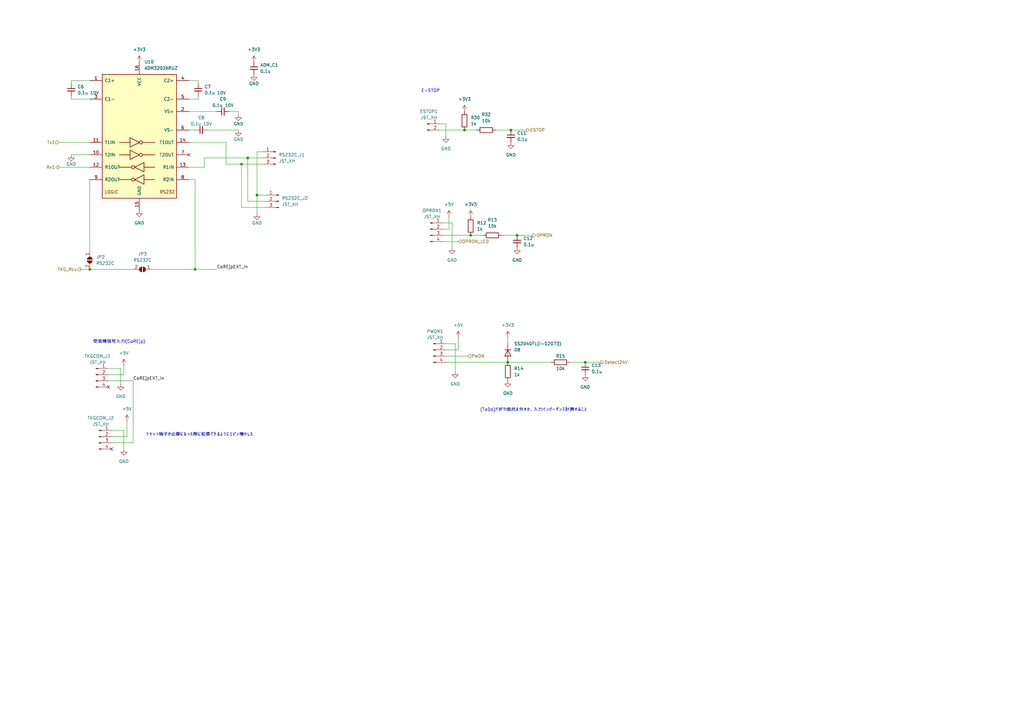
<source format=kicad_sch>
(kicad_sch (version 20211123) (generator eeschema)

  (uuid 0776db97-193b-4771-8fc6-04a5d6a08043)

  (paper "A3")

  (title_block
    (title "TCB(TKG Control Board)")
    (date "2024-01-29")
    (rev "4.1")
    (company "TKG")
    (comment 2 "v4.0 2023用改訂")
    (comment 3 "v4.1 公式基板対応")
  )

  (lib_symbols
    (symbol "Connector:Conn_01x02_Male" (pin_names (offset 1.016) hide) (in_bom yes) (on_board yes)
      (property "Reference" "J" (id 0) (at 0 2.54 0)
        (effects (font (size 1.27 1.27)))
      )
      (property "Value" "Conn_01x02_Male" (id 1) (at 0 -5.08 0)
        (effects (font (size 1.27 1.27)))
      )
      (property "Footprint" "" (id 2) (at 0 0 0)
        (effects (font (size 1.27 1.27)) hide)
      )
      (property "Datasheet" "~" (id 3) (at 0 0 0)
        (effects (font (size 1.27 1.27)) hide)
      )
      (property "ki_keywords" "connector" (id 4) (at 0 0 0)
        (effects (font (size 1.27 1.27)) hide)
      )
      (property "ki_description" "Generic connector, single row, 01x02, script generated (kicad-library-utils/schlib/autogen/connector/)" (id 5) (at 0 0 0)
        (effects (font (size 1.27 1.27)) hide)
      )
      (property "ki_fp_filters" "Connector*:*_1x??_*" (id 6) (at 0 0 0)
        (effects (font (size 1.27 1.27)) hide)
      )
      (symbol "Conn_01x02_Male_1_1"
        (polyline
          (pts
            (xy 1.27 -2.54)
            (xy 0.8636 -2.54)
          )
          (stroke (width 0.1524) (type default) (color 0 0 0 0))
          (fill (type none))
        )
        (polyline
          (pts
            (xy 1.27 0)
            (xy 0.8636 0)
          )
          (stroke (width 0.1524) (type default) (color 0 0 0 0))
          (fill (type none))
        )
        (rectangle (start 0.8636 -2.413) (end 0 -2.667)
          (stroke (width 0.1524) (type default) (color 0 0 0 0))
          (fill (type outline))
        )
        (rectangle (start 0.8636 0.127) (end 0 -0.127)
          (stroke (width 0.1524) (type default) (color 0 0 0 0))
          (fill (type outline))
        )
        (pin passive line (at 5.08 0 180) (length 3.81)
          (name "Pin_1" (effects (font (size 1.27 1.27))))
          (number "1" (effects (font (size 1.27 1.27))))
        )
        (pin passive line (at 5.08 -2.54 180) (length 3.81)
          (name "Pin_2" (effects (font (size 1.27 1.27))))
          (number "2" (effects (font (size 1.27 1.27))))
        )
      )
    )
    (symbol "Connector:Conn_01x03_Male" (pin_names (offset 1.016) hide) (in_bom yes) (on_board yes)
      (property "Reference" "J" (id 0) (at 0 5.08 0)
        (effects (font (size 1.27 1.27)))
      )
      (property "Value" "Conn_01x03_Male" (id 1) (at 0 -5.08 0)
        (effects (font (size 1.27 1.27)))
      )
      (property "Footprint" "" (id 2) (at 0 0 0)
        (effects (font (size 1.27 1.27)) hide)
      )
      (property "Datasheet" "~" (id 3) (at 0 0 0)
        (effects (font (size 1.27 1.27)) hide)
      )
      (property "ki_keywords" "connector" (id 4) (at 0 0 0)
        (effects (font (size 1.27 1.27)) hide)
      )
      (property "ki_description" "Generic connector, single row, 01x03, script generated (kicad-library-utils/schlib/autogen/connector/)" (id 5) (at 0 0 0)
        (effects (font (size 1.27 1.27)) hide)
      )
      (property "ki_fp_filters" "Connector*:*_1x??_*" (id 6) (at 0 0 0)
        (effects (font (size 1.27 1.27)) hide)
      )
      (symbol "Conn_01x03_Male_1_1"
        (polyline
          (pts
            (xy 1.27 -2.54)
            (xy 0.8636 -2.54)
          )
          (stroke (width 0.1524) (type default) (color 0 0 0 0))
          (fill (type none))
        )
        (polyline
          (pts
            (xy 1.27 0)
            (xy 0.8636 0)
          )
          (stroke (width 0.1524) (type default) (color 0 0 0 0))
          (fill (type none))
        )
        (polyline
          (pts
            (xy 1.27 2.54)
            (xy 0.8636 2.54)
          )
          (stroke (width 0.1524) (type default) (color 0 0 0 0))
          (fill (type none))
        )
        (rectangle (start 0.8636 -2.413) (end 0 -2.667)
          (stroke (width 0.1524) (type default) (color 0 0 0 0))
          (fill (type outline))
        )
        (rectangle (start 0.8636 0.127) (end 0 -0.127)
          (stroke (width 0.1524) (type default) (color 0 0 0 0))
          (fill (type outline))
        )
        (rectangle (start 0.8636 2.667) (end 0 2.413)
          (stroke (width 0.1524) (type default) (color 0 0 0 0))
          (fill (type outline))
        )
        (pin passive line (at 5.08 2.54 180) (length 3.81)
          (name "Pin_1" (effects (font (size 1.27 1.27))))
          (number "1" (effects (font (size 1.27 1.27))))
        )
        (pin passive line (at 5.08 0 180) (length 3.81)
          (name "Pin_2" (effects (font (size 1.27 1.27))))
          (number "2" (effects (font (size 1.27 1.27))))
        )
        (pin passive line (at 5.08 -2.54 180) (length 3.81)
          (name "Pin_3" (effects (font (size 1.27 1.27))))
          (number "3" (effects (font (size 1.27 1.27))))
        )
      )
    )
    (symbol "Connector:Conn_01x04_Male" (pin_names (offset 1.016) hide) (in_bom yes) (on_board yes)
      (property "Reference" "J" (id 0) (at 0 5.08 0)
        (effects (font (size 1.27 1.27)))
      )
      (property "Value" "Conn_01x04_Male" (id 1) (at 0 -7.62 0)
        (effects (font (size 1.27 1.27)))
      )
      (property "Footprint" "" (id 2) (at 0 0 0)
        (effects (font (size 1.27 1.27)) hide)
      )
      (property "Datasheet" "~" (id 3) (at 0 0 0)
        (effects (font (size 1.27 1.27)) hide)
      )
      (property "ki_keywords" "connector" (id 4) (at 0 0 0)
        (effects (font (size 1.27 1.27)) hide)
      )
      (property "ki_description" "Generic connector, single row, 01x04, script generated (kicad-library-utils/schlib/autogen/connector/)" (id 5) (at 0 0 0)
        (effects (font (size 1.27 1.27)) hide)
      )
      (property "ki_fp_filters" "Connector*:*_1x??_*" (id 6) (at 0 0 0)
        (effects (font (size 1.27 1.27)) hide)
      )
      (symbol "Conn_01x04_Male_1_1"
        (polyline
          (pts
            (xy 1.27 -5.08)
            (xy 0.8636 -5.08)
          )
          (stroke (width 0.1524) (type default) (color 0 0 0 0))
          (fill (type none))
        )
        (polyline
          (pts
            (xy 1.27 -2.54)
            (xy 0.8636 -2.54)
          )
          (stroke (width 0.1524) (type default) (color 0 0 0 0))
          (fill (type none))
        )
        (polyline
          (pts
            (xy 1.27 0)
            (xy 0.8636 0)
          )
          (stroke (width 0.1524) (type default) (color 0 0 0 0))
          (fill (type none))
        )
        (polyline
          (pts
            (xy 1.27 2.54)
            (xy 0.8636 2.54)
          )
          (stroke (width 0.1524) (type default) (color 0 0 0 0))
          (fill (type none))
        )
        (rectangle (start 0.8636 -4.953) (end 0 -5.207)
          (stroke (width 0.1524) (type default) (color 0 0 0 0))
          (fill (type outline))
        )
        (rectangle (start 0.8636 -2.413) (end 0 -2.667)
          (stroke (width 0.1524) (type default) (color 0 0 0 0))
          (fill (type outline))
        )
        (rectangle (start 0.8636 0.127) (end 0 -0.127)
          (stroke (width 0.1524) (type default) (color 0 0 0 0))
          (fill (type outline))
        )
        (rectangle (start 0.8636 2.667) (end 0 2.413)
          (stroke (width 0.1524) (type default) (color 0 0 0 0))
          (fill (type outline))
        )
        (pin passive line (at 5.08 2.54 180) (length 3.81)
          (name "Pin_1" (effects (font (size 1.27 1.27))))
          (number "1" (effects (font (size 1.27 1.27))))
        )
        (pin passive line (at 5.08 0 180) (length 3.81)
          (name "Pin_2" (effects (font (size 1.27 1.27))))
          (number "2" (effects (font (size 1.27 1.27))))
        )
        (pin passive line (at 5.08 -2.54 180) (length 3.81)
          (name "Pin_3" (effects (font (size 1.27 1.27))))
          (number "3" (effects (font (size 1.27 1.27))))
        )
        (pin passive line (at 5.08 -5.08 180) (length 3.81)
          (name "Pin_4" (effects (font (size 1.27 1.27))))
          (number "4" (effects (font (size 1.27 1.27))))
        )
      )
    )
    (symbol "Device:C_Small" (pin_numbers hide) (pin_names (offset 0.254) hide) (in_bom yes) (on_board yes)
      (property "Reference" "C" (id 0) (at 0.254 1.778 0)
        (effects (font (size 1.27 1.27)) (justify left))
      )
      (property "Value" "C_Small" (id 1) (at 0.254 -2.032 0)
        (effects (font (size 1.27 1.27)) (justify left))
      )
      (property "Footprint" "" (id 2) (at 0 0 0)
        (effects (font (size 1.27 1.27)) hide)
      )
      (property "Datasheet" "~" (id 3) (at 0 0 0)
        (effects (font (size 1.27 1.27)) hide)
      )
      (property "ki_keywords" "capacitor cap" (id 4) (at 0 0 0)
        (effects (font (size 1.27 1.27)) hide)
      )
      (property "ki_description" "Unpolarized capacitor, small symbol" (id 5) (at 0 0 0)
        (effects (font (size 1.27 1.27)) hide)
      )
      (property "ki_fp_filters" "C_*" (id 6) (at 0 0 0)
        (effects (font (size 1.27 1.27)) hide)
      )
      (symbol "C_Small_0_1"
        (polyline
          (pts
            (xy -1.524 -0.508)
            (xy 1.524 -0.508)
          )
          (stroke (width 0.3302) (type default) (color 0 0 0 0))
          (fill (type none))
        )
        (polyline
          (pts
            (xy -1.524 0.508)
            (xy 1.524 0.508)
          )
          (stroke (width 0.3048) (type default) (color 0 0 0 0))
          (fill (type none))
        )
      )
      (symbol "C_Small_1_1"
        (pin passive line (at 0 2.54 270) (length 2.032)
          (name "~" (effects (font (size 1.27 1.27))))
          (number "1" (effects (font (size 1.27 1.27))))
        )
        (pin passive line (at 0 -2.54 90) (length 2.032)
          (name "~" (effects (font (size 1.27 1.27))))
          (number "2" (effects (font (size 1.27 1.27))))
        )
      )
    )
    (symbol "Device:D" (pin_numbers hide) (pin_names (offset 1.016) hide) (in_bom yes) (on_board yes)
      (property "Reference" "D" (id 0) (at 0 2.54 0)
        (effects (font (size 1.27 1.27)))
      )
      (property "Value" "D" (id 1) (at 0 -2.54 0)
        (effects (font (size 1.27 1.27)))
      )
      (property "Footprint" "" (id 2) (at 0 0 0)
        (effects (font (size 1.27 1.27)) hide)
      )
      (property "Datasheet" "~" (id 3) (at 0 0 0)
        (effects (font (size 1.27 1.27)) hide)
      )
      (property "ki_keywords" "diode" (id 4) (at 0 0 0)
        (effects (font (size 1.27 1.27)) hide)
      )
      (property "ki_description" "Diode" (id 5) (at 0 0 0)
        (effects (font (size 1.27 1.27)) hide)
      )
      (property "ki_fp_filters" "TO-???* *_Diode_* *SingleDiode* D_*" (id 6) (at 0 0 0)
        (effects (font (size 1.27 1.27)) hide)
      )
      (symbol "D_0_1"
        (polyline
          (pts
            (xy -1.27 1.27)
            (xy -1.27 -1.27)
          )
          (stroke (width 0.254) (type default) (color 0 0 0 0))
          (fill (type none))
        )
        (polyline
          (pts
            (xy 1.27 0)
            (xy -1.27 0)
          )
          (stroke (width 0) (type default) (color 0 0 0 0))
          (fill (type none))
        )
        (polyline
          (pts
            (xy 1.27 1.27)
            (xy 1.27 -1.27)
            (xy -1.27 0)
            (xy 1.27 1.27)
          )
          (stroke (width 0.254) (type default) (color 0 0 0 0))
          (fill (type none))
        )
      )
      (symbol "D_1_1"
        (pin passive line (at -3.81 0 0) (length 2.54)
          (name "K" (effects (font (size 1.27 1.27))))
          (number "1" (effects (font (size 1.27 1.27))))
        )
        (pin passive line (at 3.81 0 180) (length 2.54)
          (name "A" (effects (font (size 1.27 1.27))))
          (number "2" (effects (font (size 1.27 1.27))))
        )
      )
    )
    (symbol "Device:R" (pin_numbers hide) (pin_names (offset 0)) (in_bom yes) (on_board yes)
      (property "Reference" "R" (id 0) (at 2.032 0 90)
        (effects (font (size 1.27 1.27)))
      )
      (property "Value" "R" (id 1) (at 0 0 90)
        (effects (font (size 1.27 1.27)))
      )
      (property "Footprint" "" (id 2) (at -1.778 0 90)
        (effects (font (size 1.27 1.27)) hide)
      )
      (property "Datasheet" "~" (id 3) (at 0 0 0)
        (effects (font (size 1.27 1.27)) hide)
      )
      (property "ki_keywords" "R res resistor" (id 4) (at 0 0 0)
        (effects (font (size 1.27 1.27)) hide)
      )
      (property "ki_description" "Resistor" (id 5) (at 0 0 0)
        (effects (font (size 1.27 1.27)) hide)
      )
      (property "ki_fp_filters" "R_*" (id 6) (at 0 0 0)
        (effects (font (size 1.27 1.27)) hide)
      )
      (symbol "R_0_1"
        (rectangle (start -1.016 -2.54) (end 1.016 2.54)
          (stroke (width 0.254) (type default) (color 0 0 0 0))
          (fill (type none))
        )
      )
      (symbol "R_1_1"
        (pin passive line (at 0 3.81 270) (length 1.27)
          (name "~" (effects (font (size 1.27 1.27))))
          (number "1" (effects (font (size 1.27 1.27))))
        )
        (pin passive line (at 0 -3.81 90) (length 1.27)
          (name "~" (effects (font (size 1.27 1.27))))
          (number "2" (effects (font (size 1.27 1.27))))
        )
      )
    )
    (symbol "Interface_UART:MAX232" (pin_names (offset 1.016)) (in_bom yes) (on_board yes)
      (property "Reference" "U" (id 0) (at -2.54 28.575 0)
        (effects (font (size 1.27 1.27)) (justify right))
      )
      (property "Value" "MAX232" (id 1) (at -2.54 26.67 0)
        (effects (font (size 1.27 1.27)) (justify right))
      )
      (property "Footprint" "" (id 2) (at 1.27 -26.67 0)
        (effects (font (size 1.27 1.27)) (justify left) hide)
      )
      (property "Datasheet" "http://www.ti.com/lit/ds/symlink/max232.pdf" (id 3) (at 0 2.54 0)
        (effects (font (size 1.27 1.27)) hide)
      )
      (property "ki_keywords" "rs232 uart transceiver line-driver" (id 4) (at 0 0 0)
        (effects (font (size 1.27 1.27)) hide)
      )
      (property "ki_description" "Dual RS232 driver/receiver, 5V supply, 120kb/s, 0C-70C" (id 5) (at 0 0 0)
        (effects (font (size 1.27 1.27)) hide)
      )
      (property "ki_fp_filters" "SOIC*P1.27mm* DIP*W7.62mm* TSSOP*4.4x5mm*P0.65mm*" (id 6) (at 0 0 0)
        (effects (font (size 1.27 1.27)) hide)
      )
      (symbol "MAX232_0_0"
        (text "LOGIC" (at -11.43 -22.86 0)
          (effects (font (size 1.27 1.27)))
        )
        (text "RS232" (at 11.43 -22.86 0)
          (effects (font (size 1.27 1.27)))
        )
      )
      (symbol "MAX232_0_1"
        (rectangle (start -15.24 -25.4) (end 15.24 25.4)
          (stroke (width 0.254) (type default) (color 0 0 0 0))
          (fill (type background))
        )
        (circle (center -2.54 -17.78) (radius 0.635)
          (stroke (width 0.254) (type default) (color 0 0 0 0))
          (fill (type none))
        )
        (circle (center -2.54 -12.7) (radius 0.635)
          (stroke (width 0.254) (type default) (color 0 0 0 0))
          (fill (type none))
        )
        (polyline
          (pts
            (xy -3.81 -7.62)
            (xy -8.255 -7.62)
          )
          (stroke (width 0.254) (type default) (color 0 0 0 0))
          (fill (type none))
        )
        (polyline
          (pts
            (xy -3.81 -2.54)
            (xy -8.255 -2.54)
          )
          (stroke (width 0.254) (type default) (color 0 0 0 0))
          (fill (type none))
        )
        (polyline
          (pts
            (xy -3.175 -17.78)
            (xy -8.255 -17.78)
          )
          (stroke (width 0.254) (type default) (color 0 0 0 0))
          (fill (type none))
        )
        (polyline
          (pts
            (xy -3.175 -12.7)
            (xy -8.255 -12.7)
          )
          (stroke (width 0.254) (type default) (color 0 0 0 0))
          (fill (type none))
        )
        (polyline
          (pts
            (xy 1.27 -7.62)
            (xy 6.35 -7.62)
          )
          (stroke (width 0.254) (type default) (color 0 0 0 0))
          (fill (type none))
        )
        (polyline
          (pts
            (xy 1.27 -2.54)
            (xy 6.35 -2.54)
          )
          (stroke (width 0.254) (type default) (color 0 0 0 0))
          (fill (type none))
        )
        (polyline
          (pts
            (xy 1.905 -17.78)
            (xy 6.35 -17.78)
          )
          (stroke (width 0.254) (type default) (color 0 0 0 0))
          (fill (type none))
        )
        (polyline
          (pts
            (xy 1.905 -12.7)
            (xy 6.35 -12.7)
          )
          (stroke (width 0.254) (type default) (color 0 0 0 0))
          (fill (type none))
        )
        (polyline
          (pts
            (xy -3.81 -5.715)
            (xy -3.81 -9.525)
            (xy 0 -7.62)
            (xy -3.81 -5.715)
          )
          (stroke (width 0.254) (type default) (color 0 0 0 0))
          (fill (type none))
        )
        (polyline
          (pts
            (xy -3.81 -0.635)
            (xy -3.81 -4.445)
            (xy 0 -2.54)
            (xy -3.81 -0.635)
          )
          (stroke (width 0.254) (type default) (color 0 0 0 0))
          (fill (type none))
        )
        (polyline
          (pts
            (xy 1.905 -15.875)
            (xy 1.905 -19.685)
            (xy -1.905 -17.78)
            (xy 1.905 -15.875)
          )
          (stroke (width 0.254) (type default) (color 0 0 0 0))
          (fill (type none))
        )
        (polyline
          (pts
            (xy 1.905 -10.795)
            (xy 1.905 -14.605)
            (xy -1.905 -12.7)
            (xy 1.905 -10.795)
          )
          (stroke (width 0.254) (type default) (color 0 0 0 0))
          (fill (type none))
        )
        (circle (center 0.635 -7.62) (radius 0.635)
          (stroke (width 0.254) (type default) (color 0 0 0 0))
          (fill (type none))
        )
        (circle (center 0.635 -2.54) (radius 0.635)
          (stroke (width 0.254) (type default) (color 0 0 0 0))
          (fill (type none))
        )
      )
      (symbol "MAX232_1_1"
        (pin passive line (at -20.32 22.86 0) (length 5.08)
          (name "C1+" (effects (font (size 1.27 1.27))))
          (number "1" (effects (font (size 1.27 1.27))))
        )
        (pin input line (at -20.32 -7.62 0) (length 5.08)
          (name "T2IN" (effects (font (size 1.27 1.27))))
          (number "10" (effects (font (size 1.27 1.27))))
        )
        (pin input line (at -20.32 -2.54 0) (length 5.08)
          (name "T1IN" (effects (font (size 1.27 1.27))))
          (number "11" (effects (font (size 1.27 1.27))))
        )
        (pin output line (at -20.32 -12.7 0) (length 5.08)
          (name "R1OUT" (effects (font (size 1.27 1.27))))
          (number "12" (effects (font (size 1.27 1.27))))
        )
        (pin input line (at 20.32 -12.7 180) (length 5.08)
          (name "R1IN" (effects (font (size 1.27 1.27))))
          (number "13" (effects (font (size 1.27 1.27))))
        )
        (pin output line (at 20.32 -2.54 180) (length 5.08)
          (name "T1OUT" (effects (font (size 1.27 1.27))))
          (number "14" (effects (font (size 1.27 1.27))))
        )
        (pin power_in line (at 0 -30.48 90) (length 5.08)
          (name "GND" (effects (font (size 1.27 1.27))))
          (number "15" (effects (font (size 1.27 1.27))))
        )
        (pin power_in line (at 0 30.48 270) (length 5.08)
          (name "VCC" (effects (font (size 1.27 1.27))))
          (number "16" (effects (font (size 1.27 1.27))))
        )
        (pin power_out line (at 20.32 10.16 180) (length 5.08)
          (name "VS+" (effects (font (size 1.27 1.27))))
          (number "2" (effects (font (size 1.27 1.27))))
        )
        (pin passive line (at -20.32 15.24 0) (length 5.08)
          (name "C1-" (effects (font (size 1.27 1.27))))
          (number "3" (effects (font (size 1.27 1.27))))
        )
        (pin passive line (at 20.32 22.86 180) (length 5.08)
          (name "C2+" (effects (font (size 1.27 1.27))))
          (number "4" (effects (font (size 1.27 1.27))))
        )
        (pin passive line (at 20.32 15.24 180) (length 5.08)
          (name "C2-" (effects (font (size 1.27 1.27))))
          (number "5" (effects (font (size 1.27 1.27))))
        )
        (pin power_out line (at 20.32 2.54 180) (length 5.08)
          (name "VS-" (effects (font (size 1.27 1.27))))
          (number "6" (effects (font (size 1.27 1.27))))
        )
        (pin output line (at 20.32 -7.62 180) (length 5.08)
          (name "T2OUT" (effects (font (size 1.27 1.27))))
          (number "7" (effects (font (size 1.27 1.27))))
        )
        (pin input line (at 20.32 -17.78 180) (length 5.08)
          (name "R2IN" (effects (font (size 1.27 1.27))))
          (number "8" (effects (font (size 1.27 1.27))))
        )
        (pin output line (at -20.32 -17.78 0) (length 5.08)
          (name "R2OUT" (effects (font (size 1.27 1.27))))
          (number "9" (effects (font (size 1.27 1.27))))
        )
      )
    )
    (symbol "Jumper:SolderJumper_2_Open" (pin_names (offset 0) hide) (in_bom yes) (on_board yes)
      (property "Reference" "JP" (id 0) (at 0 2.032 0)
        (effects (font (size 1.27 1.27)))
      )
      (property "Value" "SolderJumper_2_Open" (id 1) (at 0 -2.54 0)
        (effects (font (size 1.27 1.27)))
      )
      (property "Footprint" "" (id 2) (at 0 0 0)
        (effects (font (size 1.27 1.27)) hide)
      )
      (property "Datasheet" "~" (id 3) (at 0 0 0)
        (effects (font (size 1.27 1.27)) hide)
      )
      (property "ki_keywords" "solder jumper SPST" (id 4) (at 0 0 0)
        (effects (font (size 1.27 1.27)) hide)
      )
      (property "ki_description" "Solder Jumper, 2-pole, open" (id 5) (at 0 0 0)
        (effects (font (size 1.27 1.27)) hide)
      )
      (property "ki_fp_filters" "SolderJumper*Open*" (id 6) (at 0 0 0)
        (effects (font (size 1.27 1.27)) hide)
      )
      (symbol "SolderJumper_2_Open_0_1"
        (arc (start -0.254 1.016) (mid -1.27 0) (end -0.254 -1.016)
          (stroke (width 0) (type default) (color 0 0 0 0))
          (fill (type none))
        )
        (arc (start -0.254 1.016) (mid -1.27 0) (end -0.254 -1.016)
          (stroke (width 0) (type default) (color 0 0 0 0))
          (fill (type outline))
        )
        (polyline
          (pts
            (xy -0.254 1.016)
            (xy -0.254 -1.016)
          )
          (stroke (width 0) (type default) (color 0 0 0 0))
          (fill (type none))
        )
        (polyline
          (pts
            (xy 0.254 1.016)
            (xy 0.254 -1.016)
          )
          (stroke (width 0) (type default) (color 0 0 0 0))
          (fill (type none))
        )
        (arc (start 0.254 -1.016) (mid 1.27 0) (end 0.254 1.016)
          (stroke (width 0) (type default) (color 0 0 0 0))
          (fill (type none))
        )
        (arc (start 0.254 -1.016) (mid 1.27 0) (end 0.254 1.016)
          (stroke (width 0) (type default) (color 0 0 0 0))
          (fill (type outline))
        )
      )
      (symbol "SolderJumper_2_Open_1_1"
        (pin passive line (at -3.81 0 0) (length 2.54)
          (name "A" (effects (font (size 1.27 1.27))))
          (number "1" (effects (font (size 1.27 1.27))))
        )
        (pin passive line (at 3.81 0 180) (length 2.54)
          (name "B" (effects (font (size 1.27 1.27))))
          (number "2" (effects (font (size 1.27 1.27))))
        )
      )
    )
    (symbol "power:+3V3" (power) (pin_names (offset 0)) (in_bom yes) (on_board yes)
      (property "Reference" "#PWR" (id 0) (at 0 -3.81 0)
        (effects (font (size 1.27 1.27)) hide)
      )
      (property "Value" "+3V3" (id 1) (at 0 3.556 0)
        (effects (font (size 1.27 1.27)))
      )
      (property "Footprint" "" (id 2) (at 0 0 0)
        (effects (font (size 1.27 1.27)) hide)
      )
      (property "Datasheet" "" (id 3) (at 0 0 0)
        (effects (font (size 1.27 1.27)) hide)
      )
      (property "ki_keywords" "power-flag" (id 4) (at 0 0 0)
        (effects (font (size 1.27 1.27)) hide)
      )
      (property "ki_description" "Power symbol creates a global label with name \"+3V3\"" (id 5) (at 0 0 0)
        (effects (font (size 1.27 1.27)) hide)
      )
      (symbol "+3V3_0_1"
        (polyline
          (pts
            (xy -0.762 1.27)
            (xy 0 2.54)
          )
          (stroke (width 0) (type default) (color 0 0 0 0))
          (fill (type none))
        )
        (polyline
          (pts
            (xy 0 0)
            (xy 0 2.54)
          )
          (stroke (width 0) (type default) (color 0 0 0 0))
          (fill (type none))
        )
        (polyline
          (pts
            (xy 0 2.54)
            (xy 0.762 1.27)
          )
          (stroke (width 0) (type default) (color 0 0 0 0))
          (fill (type none))
        )
      )
      (symbol "+3V3_1_1"
        (pin power_in line (at 0 0 90) (length 0) hide
          (name "+3V3" (effects (font (size 1.27 1.27))))
          (number "1" (effects (font (size 1.27 1.27))))
        )
      )
    )
    (symbol "power:+5V" (power) (pin_names (offset 0)) (in_bom yes) (on_board yes)
      (property "Reference" "#PWR" (id 0) (at 0 -3.81 0)
        (effects (font (size 1.27 1.27)) hide)
      )
      (property "Value" "+5V" (id 1) (at 0 3.556 0)
        (effects (font (size 1.27 1.27)))
      )
      (property "Footprint" "" (id 2) (at 0 0 0)
        (effects (font (size 1.27 1.27)) hide)
      )
      (property "Datasheet" "" (id 3) (at 0 0 0)
        (effects (font (size 1.27 1.27)) hide)
      )
      (property "ki_keywords" "power-flag" (id 4) (at 0 0 0)
        (effects (font (size 1.27 1.27)) hide)
      )
      (property "ki_description" "Power symbol creates a global label with name \"+5V\"" (id 5) (at 0 0 0)
        (effects (font (size 1.27 1.27)) hide)
      )
      (symbol "+5V_0_1"
        (polyline
          (pts
            (xy -0.762 1.27)
            (xy 0 2.54)
          )
          (stroke (width 0) (type default) (color 0 0 0 0))
          (fill (type none))
        )
        (polyline
          (pts
            (xy 0 0)
            (xy 0 2.54)
          )
          (stroke (width 0) (type default) (color 0 0 0 0))
          (fill (type none))
        )
        (polyline
          (pts
            (xy 0 2.54)
            (xy 0.762 1.27)
          )
          (stroke (width 0) (type default) (color 0 0 0 0))
          (fill (type none))
        )
      )
      (symbol "+5V_1_1"
        (pin power_in line (at 0 0 90) (length 0) hide
          (name "+5V" (effects (font (size 1.27 1.27))))
          (number "1" (effects (font (size 1.27 1.27))))
        )
      )
    )
    (symbol "power:GND" (power) (pin_names (offset 0)) (in_bom yes) (on_board yes)
      (property "Reference" "#PWR" (id 0) (at 0 -6.35 0)
        (effects (font (size 1.27 1.27)) hide)
      )
      (property "Value" "GND" (id 1) (at 0 -3.81 0)
        (effects (font (size 1.27 1.27)))
      )
      (property "Footprint" "" (id 2) (at 0 0 0)
        (effects (font (size 1.27 1.27)) hide)
      )
      (property "Datasheet" "" (id 3) (at 0 0 0)
        (effects (font (size 1.27 1.27)) hide)
      )
      (property "ki_keywords" "power-flag" (id 4) (at 0 0 0)
        (effects (font (size 1.27 1.27)) hide)
      )
      (property "ki_description" "Power symbol creates a global label with name \"GND\" , ground" (id 5) (at 0 0 0)
        (effects (font (size 1.27 1.27)) hide)
      )
      (symbol "GND_0_1"
        (polyline
          (pts
            (xy 0 0)
            (xy 0 -1.27)
            (xy 1.27 -1.27)
            (xy 0 -2.54)
            (xy -1.27 -1.27)
            (xy 0 -1.27)
          )
          (stroke (width 0) (type default) (color 0 0 0 0))
          (fill (type none))
        )
      )
      (symbol "GND_1_1"
        (pin power_in line (at 0 0 270) (length 0) hide
          (name "GND" (effects (font (size 1.27 1.27))))
          (number "1" (effects (font (size 1.27 1.27))))
        )
      )
    )
  )

  (junction (at 208.28 148.59) (diameter 0) (color 0 0 0 0)
    (uuid 0cb4e347-b841-4e1c-bfd0-7b9f53e47350)
  )
  (junction (at 190.5 53.34) (diameter 0) (color 0 0 0 0)
    (uuid 0eaeac31-5f7a-4d3d-873c-ac72361ae1d1)
  )
  (junction (at 209.55 53.34) (diameter 0) (color 0 0 0 0)
    (uuid 5b4c6b7a-a82b-4485-b403-0e59164aa50f)
  )
  (junction (at 80.01 110.49) (diameter 0) (color 0 0 0 0)
    (uuid 60bf0f57-7a0f-4a7a-8882-4c57b114c4fd)
  )
  (junction (at 36.83 110.49) (diameter 0) (color 0 0 0 0)
    (uuid 6e5bbaa8-896d-4093-8496-f1fb461ea216)
  )
  (junction (at 105.41 80.01) (diameter 0) (color 0 0 0 0)
    (uuid a36f7d07-17b6-4779-b8fe-d810ee61ba0d)
  )
  (junction (at 193.04 96.52) (diameter 0) (color 0 0 0 0)
    (uuid d50475bc-0e41-4026-9ddb-075b1a6751b7)
  )
  (junction (at 240.03 148.59) (diameter 0) (color 0 0 0 0)
    (uuid ddd61cb8-6d67-4c8e-8f6c-5271ff381957)
  )
  (junction (at 212.09 96.52) (diameter 0) (color 0 0 0 0)
    (uuid f1ef555f-a7c8-44f3-bba2-b938c9e68600)
  )
  (junction (at 99.06 67.31) (diameter 0) (color 0 0 0 0)
    (uuid f5ab1616-363a-4487-8d55-c9ac905bf1e9)
  )
  (junction (at 101.6 64.77) (diameter 0) (color 0 0 0 0)
    (uuid f7fcc1ff-b6cd-4b68-aa47-79b2a9b8e6f3)
  )

  (no_connect (at 77.47 63.5) (uuid 02758035-b51a-4cff-8bf7-2710ac877725))
  (no_connect (at 45.72 184.15) (uuid 5def4253-4483-4aab-a05b-e2a040ace6aa))
  (no_connect (at 44.45 158.75) (uuid 8f4c45e2-acc6-448a-9de6-aace52e724c3))

  (wire (pts (xy 50.8 176.53) (xy 45.72 176.53))
    (stroke (width 0) (type default) (color 0 0 0 0))
    (uuid 06f72f4d-5e3b-4633-a30b-bf3f6d6381a8)
  )
  (wire (pts (xy 184.15 93.98) (xy 181.61 93.98))
    (stroke (width 0) (type default) (color 0 0 0 0))
    (uuid 09f454ab-89b3-491a-9564-e7b3aa8a42fa)
  )
  (wire (pts (xy 36.83 33.02) (xy 29.21 33.02))
    (stroke (width 0) (type default) (color 0 0 0 0))
    (uuid 0c9efa69-4101-4113-871e-9e348fbfa4ea)
  )
  (wire (pts (xy 50.8 153.67) (xy 44.45 153.67))
    (stroke (width 0) (type default) (color 0 0 0 0))
    (uuid 11ec83f7-4d8e-4a9e-82c6-a1a6b1962c70)
  )
  (wire (pts (xy 49.53 151.13) (xy 49.53 157.48))
    (stroke (width 0) (type default) (color 0 0 0 0))
    (uuid 1802c639-b568-4609-93d3-a65c8f537cbd)
  )
  (wire (pts (xy 29.21 63.5) (xy 36.83 63.5))
    (stroke (width 0) (type default) (color 0 0 0 0))
    (uuid 1b07f5e6-2b98-4e04-b333-e4f7ad9b97a7)
  )
  (wire (pts (xy 54.61 156.21) (xy 54.61 181.61))
    (stroke (width 0) (type default) (color 0 0 0 0))
    (uuid 1d79ab52-b415-43a5-be6e-491a695c63d6)
  )
  (wire (pts (xy 44.45 151.13) (xy 49.53 151.13))
    (stroke (width 0) (type default) (color 0 0 0 0))
    (uuid 24240078-1595-4efc-ac3a-a3b69632ca9b)
  )
  (wire (pts (xy 203.2 53.34) (xy 209.55 53.34))
    (stroke (width 0) (type default) (color 0 0 0 0))
    (uuid 2624c0dd-16d2-4176-9fd4-1982bbf72a96)
  )
  (wire (pts (xy 182.88 146.05) (xy 191.77 146.05))
    (stroke (width 0) (type default) (color 0 0 0 0))
    (uuid 27291061-9079-43b2-bb0c-9279ce6a2be1)
  )
  (wire (pts (xy 208.28 138.43) (xy 208.28 140.97))
    (stroke (width 0) (type default) (color 0 0 0 0))
    (uuid 2985b8f0-3a40-4d35-80af-887194586205)
  )
  (wire (pts (xy 205.74 96.52) (xy 212.09 96.52))
    (stroke (width 0) (type default) (color 0 0 0 0))
    (uuid 2aec54e4-2f19-4fec-850e-41ec10bbd8ff)
  )
  (wire (pts (xy 92.71 58.42) (xy 92.71 67.31))
    (stroke (width 0) (type default) (color 0 0 0 0))
    (uuid 2f9d8aa5-5179-45e5-95d8-c0b66d6bcb6e)
  )
  (wire (pts (xy 36.83 73.66) (xy 36.83 102.87))
    (stroke (width 0) (type default) (color 0 0 0 0))
    (uuid 30b5ee12-8d4c-48ee-b08d-bdb1bb54d90b)
  )
  (wire (pts (xy 181.61 99.06) (xy 187.96 99.06))
    (stroke (width 0) (type default) (color 0 0 0 0))
    (uuid 31326664-0747-4baf-a52a-65275345b0ab)
  )
  (wire (pts (xy 77.47 33.02) (xy 81.28 33.02))
    (stroke (width 0) (type default) (color 0 0 0 0))
    (uuid 34fd4f50-607e-41e7-8a39-a29030a5f3d4)
  )
  (wire (pts (xy 92.71 67.31) (xy 99.06 67.31))
    (stroke (width 0) (type default) (color 0 0 0 0))
    (uuid 35f9d3a3-37cd-44f2-855b-1b69fa737ede)
  )
  (wire (pts (xy 54.61 181.61) (xy 45.72 181.61))
    (stroke (width 0) (type default) (color 0 0 0 0))
    (uuid 3657ee97-653a-4181-bb2f-699143542a7c)
  )
  (wire (pts (xy 212.09 96.52) (xy 218.44 96.52))
    (stroke (width 0) (type default) (color 0 0 0 0))
    (uuid 39b595b6-3503-468f-b949-77ad6100b805)
  )
  (wire (pts (xy 77.47 73.66) (xy 80.01 73.66))
    (stroke (width 0) (type default) (color 0 0 0 0))
    (uuid 3d0e8298-2e4b-4686-8771-a97a5d0e793d)
  )
  (wire (pts (xy 80.01 110.49) (xy 62.23 110.49))
    (stroke (width 0) (type default) (color 0 0 0 0))
    (uuid 3f320576-d0b8-41e8-a900-ab3dc6927a73)
  )
  (wire (pts (xy 99.06 67.31) (xy 107.95 67.31))
    (stroke (width 0) (type default) (color 0 0 0 0))
    (uuid 429fd467-7bc5-4416-b64a-3e3f8cb389a8)
  )
  (wire (pts (xy 77.47 53.34) (xy 80.01 53.34))
    (stroke (width 0) (type default) (color 0 0 0 0))
    (uuid 4a6696be-f1bb-4cf4-aa6a-2f07dd1e1697)
  )
  (wire (pts (xy 109.22 82.55) (xy 101.6 82.55))
    (stroke (width 0) (type default) (color 0 0 0 0))
    (uuid 4d22860c-b76a-41ac-8b9d-f77b9c87ca8d)
  )
  (wire (pts (xy 29.21 33.02) (xy 29.21 34.29))
    (stroke (width 0) (type default) (color 0 0 0 0))
    (uuid 50faa7fe-0e56-4c6f-8fb4-8c4ce5807944)
  )
  (wire (pts (xy 187.96 138.43) (xy 187.96 143.51))
    (stroke (width 0) (type default) (color 0 0 0 0))
    (uuid 52a4a0ab-ce12-4601-8371-e5dd6254d9ea)
  )
  (wire (pts (xy 180.34 53.34) (xy 190.5 53.34))
    (stroke (width 0) (type default) (color 0 0 0 0))
    (uuid 59be4865-2ac8-4019-a408-de34b8ab5b6c)
  )
  (wire (pts (xy 97.79 45.72) (xy 97.79 46.99))
    (stroke (width 0) (type default) (color 0 0 0 0))
    (uuid 5ce4348c-7038-4bbc-acef-95be8607b0d3)
  )
  (wire (pts (xy 105.41 62.23) (xy 107.95 62.23))
    (stroke (width 0) (type default) (color 0 0 0 0))
    (uuid 5d93cb71-2ddb-46f5-b705-87dfd8637394)
  )
  (wire (pts (xy 185.42 101.6) (xy 185.42 91.44))
    (stroke (width 0) (type default) (color 0 0 0 0))
    (uuid 6068435c-3d16-41da-aefc-5aafaa7bd0d8)
  )
  (wire (pts (xy 182.88 148.59) (xy 208.28 148.59))
    (stroke (width 0) (type default) (color 0 0 0 0))
    (uuid 66cf2b5c-fa0e-4b25-8fce-71ebed1cd35a)
  )
  (wire (pts (xy 186.69 140.97) (xy 182.88 140.97))
    (stroke (width 0) (type default) (color 0 0 0 0))
    (uuid 71988e9b-715c-4380-aa10-b264b6071a11)
  )
  (wire (pts (xy 81.28 33.02) (xy 81.28 34.29))
    (stroke (width 0) (type default) (color 0 0 0 0))
    (uuid 74ff7494-9179-4324-9599-565947224e30)
  )
  (wire (pts (xy 109.22 85.09) (xy 99.06 85.09))
    (stroke (width 0) (type default) (color 0 0 0 0))
    (uuid 7cc2ae88-a78d-432c-887d-f6b2ccdf72a4)
  )
  (wire (pts (xy 80.01 73.66) (xy 80.01 110.49))
    (stroke (width 0) (type default) (color 0 0 0 0))
    (uuid 824df376-b7b9-4989-8915-3330b0fe7fad)
  )
  (wire (pts (xy 83.82 68.58) (xy 77.47 68.58))
    (stroke (width 0) (type default) (color 0 0 0 0))
    (uuid 83c81ca1-69b6-44ec-a12e-a05b8eec1e13)
  )
  (wire (pts (xy 186.69 152.4) (xy 186.69 140.97))
    (stroke (width 0) (type default) (color 0 0 0 0))
    (uuid 86fe79a7-6430-4be8-87f2-ecebccf3bc8b)
  )
  (wire (pts (xy 184.15 88.9) (xy 184.15 93.98))
    (stroke (width 0) (type default) (color 0 0 0 0))
    (uuid 8825f75a-cff7-4748-9a72-72209e4a7a77)
  )
  (wire (pts (xy 182.88 50.8) (xy 182.88 55.88))
    (stroke (width 0) (type default) (color 0 0 0 0))
    (uuid 8c65ddf5-e971-4128-a9e1-dc04b6718973)
  )
  (wire (pts (xy 52.07 179.07) (xy 52.07 172.72))
    (stroke (width 0) (type default) (color 0 0 0 0))
    (uuid 8ee7d2e3-ad08-4966-844f-71d5585b44fd)
  )
  (wire (pts (xy 233.68 148.59) (xy 240.03 148.59))
    (stroke (width 0) (type default) (color 0 0 0 0))
    (uuid 95e93316-3076-4c46-8884-31b568ac9b56)
  )
  (wire (pts (xy 190.5 53.34) (xy 195.58 53.34))
    (stroke (width 0) (type default) (color 0 0 0 0))
    (uuid 960371fb-e487-416c-b66d-0a764fe01b20)
  )
  (wire (pts (xy 36.83 40.64) (xy 29.21 40.64))
    (stroke (width 0) (type default) (color 0 0 0 0))
    (uuid 9825b0c8-4fcf-4831-aaeb-cdd02c65b161)
  )
  (wire (pts (xy 185.42 91.44) (xy 181.61 91.44))
    (stroke (width 0) (type default) (color 0 0 0 0))
    (uuid 98304a7d-04a3-4f8f-8de9-4605d6778a3d)
  )
  (wire (pts (xy 85.09 53.34) (xy 97.79 53.34))
    (stroke (width 0) (type default) (color 0 0 0 0))
    (uuid 98c5f9ad-f6c6-4e85-b813-d6c5637b9ede)
  )
  (wire (pts (xy 101.6 82.55) (xy 101.6 64.77))
    (stroke (width 0) (type default) (color 0 0 0 0))
    (uuid 996e198a-6a5f-45ce-82d9-858d968467d1)
  )
  (wire (pts (xy 107.95 64.77) (xy 101.6 64.77))
    (stroke (width 0) (type default) (color 0 0 0 0))
    (uuid 9a460196-8e9a-4046-b96b-4df3cb4c414c)
  )
  (wire (pts (xy 208.28 148.59) (xy 226.06 148.59))
    (stroke (width 0) (type default) (color 0 0 0 0))
    (uuid a08206cc-7cd1-4e44-ae9a-2246a1a5328e)
  )
  (wire (pts (xy 83.82 64.77) (xy 83.82 68.58))
    (stroke (width 0) (type default) (color 0 0 0 0))
    (uuid a304b085-eb30-4ecc-98e9-6a3a14171cb9)
  )
  (wire (pts (xy 81.28 40.64) (xy 77.47 40.64))
    (stroke (width 0) (type default) (color 0 0 0 0))
    (uuid a368f812-e79b-4dbd-9540-f135bd58f7d9)
  )
  (wire (pts (xy 81.28 39.37) (xy 81.28 40.64))
    (stroke (width 0) (type default) (color 0 0 0 0))
    (uuid a3d38f8a-cfbc-47fe-a2e4-9766e9341306)
  )
  (wire (pts (xy 187.96 143.51) (xy 182.88 143.51))
    (stroke (width 0) (type default) (color 0 0 0 0))
    (uuid a52601b6-9f53-43af-8e60-5d073cc0ac88)
  )
  (wire (pts (xy 77.47 45.72) (xy 88.9 45.72))
    (stroke (width 0) (type default) (color 0 0 0 0))
    (uuid a78391c6-3e88-49eb-9af3-509b85023542)
  )
  (wire (pts (xy 105.41 87.63) (xy 105.41 80.01))
    (stroke (width 0) (type default) (color 0 0 0 0))
    (uuid ab888c13-1bae-48b8-a2ac-c806d33ffb46)
  )
  (wire (pts (xy 24.13 68.58) (xy 36.83 68.58))
    (stroke (width 0) (type default) (color 0 0 0 0))
    (uuid b2c9c846-3be9-4330-bd73-f402b7da7a8f)
  )
  (wire (pts (xy 99.06 85.09) (xy 99.06 67.31))
    (stroke (width 0) (type default) (color 0 0 0 0))
    (uuid b567d257-2b5f-4af0-9997-9d88d04941bd)
  )
  (wire (pts (xy 36.83 110.49) (xy 54.61 110.49))
    (stroke (width 0) (type default) (color 0 0 0 0))
    (uuid b663c365-f03f-4116-9c2f-fcd80356a4e0)
  )
  (wire (pts (xy 209.55 53.34) (xy 215.9 53.34))
    (stroke (width 0) (type default) (color 0 0 0 0))
    (uuid b90dca83-4619-432c-8a09-113cd05e2860)
  )
  (wire (pts (xy 24.13 58.42) (xy 36.83 58.42))
    (stroke (width 0) (type default) (color 0 0 0 0))
    (uuid b9de4feb-6cf3-403c-bfc1-604cebafacb7)
  )
  (wire (pts (xy 105.41 80.01) (xy 105.41 62.23))
    (stroke (width 0) (type default) (color 0 0 0 0))
    (uuid bc084fda-774c-4875-8a38-4084cc3a46dc)
  )
  (wire (pts (xy 93.98 45.72) (xy 97.79 45.72))
    (stroke (width 0) (type default) (color 0 0 0 0))
    (uuid be139010-9293-4d74-88f0-63846185e8c8)
  )
  (wire (pts (xy 180.34 50.8) (xy 182.88 50.8))
    (stroke (width 0) (type default) (color 0 0 0 0))
    (uuid bf57c54a-ca51-4cd2-8bf8-5495fb0fd663)
  )
  (wire (pts (xy 240.03 148.59) (xy 246.38 148.59))
    (stroke (width 0) (type default) (color 0 0 0 0))
    (uuid c46b2338-ba11-4eab-b068-d37664804e39)
  )
  (wire (pts (xy 77.47 58.42) (xy 92.71 58.42))
    (stroke (width 0) (type default) (color 0 0 0 0))
    (uuid d21b7341-4c66-4b4d-8f44-69eaeb407925)
  )
  (wire (pts (xy 101.6 64.77) (xy 83.82 64.77))
    (stroke (width 0) (type default) (color 0 0 0 0))
    (uuid d48a8d22-0cab-4505-98eb-32cc31a1f18a)
  )
  (wire (pts (xy 181.61 96.52) (xy 193.04 96.52))
    (stroke (width 0) (type default) (color 0 0 0 0))
    (uuid dc14f63c-39a9-4cab-8700-e425ad420de6)
  )
  (wire (pts (xy 50.8 149.86) (xy 50.8 153.67))
    (stroke (width 0) (type default) (color 0 0 0 0))
    (uuid ddacd03b-40aa-493b-bd44-2b575dfff33e)
  )
  (wire (pts (xy 50.8 184.15) (xy 50.8 176.53))
    (stroke (width 0) (type default) (color 0 0 0 0))
    (uuid e4192fe0-1963-4163-9033-11dda5009f7d)
  )
  (wire (pts (xy 193.04 96.52) (xy 198.12 96.52))
    (stroke (width 0) (type default) (color 0 0 0 0))
    (uuid e5644144-2b32-4549-9025-933ee3cd1253)
  )
  (wire (pts (xy 88.9 110.49) (xy 80.01 110.49))
    (stroke (width 0) (type default) (color 0 0 0 0))
    (uuid ea60091b-c069-4163-ae07-ac52be327e98)
  )
  (wire (pts (xy 44.45 156.21) (xy 54.61 156.21))
    (stroke (width 0) (type default) (color 0 0 0 0))
    (uuid edb3da43-07b2-4282-8e59-d05e35d09ed1)
  )
  (wire (pts (xy 29.21 40.64) (xy 29.21 39.37))
    (stroke (width 0) (type default) (color 0 0 0 0))
    (uuid f3caf86f-9730-49a6-a2cf-3762467d1172)
  )
  (wire (pts (xy 33.02 110.49) (xy 36.83 110.49))
    (stroke (width 0) (type default) (color 0 0 0 0))
    (uuid f7240849-d756-4f30-88f6-7f5678b24da6)
  )
  (wire (pts (xy 45.72 179.07) (xy 52.07 179.07))
    (stroke (width 0) (type default) (color 0 0 0 0))
    (uuid f7ad6107-3d6a-46a3-9d8b-be752a38fd03)
  )
  (wire (pts (xy 105.41 80.01) (xy 109.22 80.01))
    (stroke (width 0) (type default) (color 0 0 0 0))
    (uuid fb3d0577-fab0-4b4e-95c7-b5a4ef6c79ea)
  )

  (text "リセット端子が必要になった際に拡張できるように1ピン増やした" (at 59.69 179.07 0)
    (effects (font (size 1.27 1.27)) (justify left bottom))
    (uuid 966b6b95-1bf9-475a-8483-2ac1a467c3c7)
  )
  (text "(ToDo)ﾌﾟﾙﾀﾞｳﾝ抵抗を外すか、入力インピーダンス計算すること" (at 196.85 168.91 0)
    (effects (font (size 1.27 1.27)) (justify left bottom))
    (uuid bf6cd2f8-f9bc-4aa7-bdb5-bcd1f2871065)
  )
  (text "受信機信号入力(CoREjp)" (at 38.1 140.97 0)
    (effects (font (size 1.27 1.27)) (justify left bottom))
    (uuid d52d1652-3eb7-4ba7-9625-b29af27b5b07)
  )
  (text "E-STOP" (at 172.72 38.1 0)
    (effects (font (size 1.27 1.27)) (justify left bottom))
    (uuid e9353ab3-af8b-4fbc-9966-b4b53e8eb7b8)
  )

  (label "CoREjpEXT_In" (at 54.61 156.21 0)
    (effects (font (size 1.27 1.27)) (justify left bottom))
    (uuid 14cdaecd-f775-4ebf-b13b-b75ee1d0a591)
  )
  (label "CoREjpEXT_In" (at 88.9 110.49 0)
    (effects (font (size 1.27 1.27)) (justify left bottom))
    (uuid 154911d1-a6d3-491d-b0ed-490769f0109c)
  )

  (hierarchical_label "OPRON_LED" (shape input) (at 187.96 99.06 0)
    (effects (font (size 1.27 1.27)) (justify left))
    (uuid 2be279d1-ac6d-484a-bd3c-117b7fe460b0)
  )
  (hierarchical_label "TKG_Rcv" (shape output) (at 33.02 110.49 180)
    (effects (font (size 1.27 1.27)) (justify right))
    (uuid 45720b49-73e2-494e-9aaa-18f016c308ac)
  )
  (hierarchical_label "Rx1" (shape output) (at 24.13 68.58 180)
    (effects (font (size 1.27 1.27)) (justify right))
    (uuid 6df11f87-514d-4a1a-a7f0-63115dc5133e)
  )
  (hierarchical_label "OPRON" (shape output) (at 218.44 96.52 0)
    (effects (font (size 1.27 1.27)) (justify left))
    (uuid 769584c8-1c3e-4667-8309-a2d8f24cc31d)
  )
  (hierarchical_label "Detect24V" (shape output) (at 246.38 148.59 0)
    (effects (font (size 1.27 1.27)) (justify left))
    (uuid 8322f644-7430-48be-b72a-e12579b5e467)
  )
  (hierarchical_label "ESTOP" (shape output) (at 215.9 53.34 0)
    (effects (font (size 1.27 1.27)) (justify left))
    (uuid 990ae4a7-64a9-43b8-a110-145d985d4a98)
  )
  (hierarchical_label "Tx1" (shape input) (at 24.13 58.42 180)
    (effects (font (size 1.27 1.27)) (justify right))
    (uuid 99f89a21-eb23-4fd4-b855-d45a18e7798b)
  )
  (hierarchical_label "PWON" (shape input) (at 191.77 146.05 0)
    (effects (font (size 1.27 1.27)) (justify left))
    (uuid ac5b04e1-19ba-4649-bef5-bd9f91ae84dc)
  )

  (symbol (lib_id "Jumper:SolderJumper_2_Open") (at 36.83 106.68 270) (unit 1)
    (in_bom yes) (on_board yes) (fields_autoplaced)
    (uuid 00b7763c-07ca-4386-b019-3eaa6eebfd33)
    (property "Reference" "JP2" (id 0) (at 39.37 105.4099 90)
      (effects (font (size 1.27 1.27)) (justify left))
    )
    (property "Value" "RS232C" (id 1) (at 39.37 107.9499 90)
      (effects (font (size 1.27 1.27)) (justify left))
    )
    (property "Footprint" "Jumper:SolderJumper-2_P1.3mm_Open_RoundedPad1.0x1.5mm" (id 2) (at 36.83 106.68 0)
      (effects (font (size 1.27 1.27)) hide)
    )
    (property "Datasheet" "~" (id 3) (at 36.83 106.68 0)
      (effects (font (size 1.27 1.27)) hide)
    )
    (pin "1" (uuid 6230b5fe-0b36-4b17-840f-bb4a74edfe6e))
    (pin "2" (uuid 2f993e55-e2dd-424d-b50c-d48a48ad2758))
  )

  (symbol (lib_id "power:+3V3") (at 57.15 25.4 0) (unit 1)
    (in_bom yes) (on_board yes) (fields_autoplaced)
    (uuid 023ab066-c308-4570-b525-4dd844b645ad)
    (property "Reference" "#PWR031" (id 0) (at 57.15 29.21 0)
      (effects (font (size 1.27 1.27)) hide)
    )
    (property "Value" "+3V3" (id 1) (at 57.15 20.32 0))
    (property "Footprint" "" (id 2) (at 57.15 25.4 0)
      (effects (font (size 1.27 1.27)) hide)
    )
    (property "Datasheet" "" (id 3) (at 57.15 25.4 0)
      (effects (font (size 1.27 1.27)) hide)
    )
    (pin "1" (uuid a9ae185c-903d-4c93-be3f-3f5114af9d6c))
  )

  (symbol (lib_id "Device:C_Small") (at 91.44 45.72 90) (unit 1)
    (in_bom yes) (on_board yes)
    (uuid 0553b1c8-3ca5-4725-af20-9354a790098a)
    (property "Reference" "C9" (id 0) (at 91.44 40.64 90))
    (property "Value" "0.1u 10V" (id 1) (at 91.44 43.18 90))
    (property "Footprint" "Capacitor_SMD:C_0402_1005Metric_Pad0.74x0.62mm_HandSolder" (id 2) (at 91.44 45.72 0)
      (effects (font (size 1.27 1.27)) hide)
    )
    (property "Datasheet" "~" (id 3) (at 91.44 45.72 0)
      (effects (font (size 1.27 1.27)) hide)
    )
    (pin "1" (uuid 7509b6af-d9ef-47ad-995f-86c49b4479ba))
    (pin "2" (uuid 19092c3e-7ffa-4370-917a-e8e19272d36a))
  )

  (symbol (lib_id "Device:C_Small") (at 29.21 36.83 0) (unit 1)
    (in_bom yes) (on_board yes) (fields_autoplaced)
    (uuid 0575fcb2-5029-4d17-8759-982a2e0e7da9)
    (property "Reference" "C6" (id 0) (at 31.75 35.5662 0)
      (effects (font (size 1.27 1.27)) (justify left))
    )
    (property "Value" "0.1u 10V" (id 1) (at 31.75 38.1062 0)
      (effects (font (size 1.27 1.27)) (justify left))
    )
    (property "Footprint" "Capacitor_SMD:C_0402_1005Metric_Pad0.74x0.62mm_HandSolder" (id 2) (at 29.21 36.83 0)
      (effects (font (size 1.27 1.27)) hide)
    )
    (property "Datasheet" "~" (id 3) (at 29.21 36.83 0)
      (effects (font (size 1.27 1.27)) hide)
    )
    (pin "1" (uuid 36960d5e-38a3-4647-9be9-c0153610e15c))
    (pin "2" (uuid d1f6f71d-52c0-408a-85cb-062a5d2b0254))
  )

  (symbol (lib_id "Device:R") (at 208.28 152.4 180) (unit 1)
    (in_bom yes) (on_board yes)
    (uuid 09b3fd99-101d-4cde-ab6b-d3b5ac5c2e83)
    (property "Reference" "R14" (id 0) (at 210.82 151.1299 0)
      (effects (font (size 1.27 1.27)) (justify right))
    )
    (property "Value" "1k" (id 1) (at 210.82 153.67 0)
      (effects (font (size 1.27 1.27)) (justify right))
    )
    (property "Footprint" "Resistor_SMD:R_0603_1608Metric_Pad0.98x0.95mm_HandSolder" (id 2) (at 210.058 152.4 90)
      (effects (font (size 1.27 1.27)) hide)
    )
    (property "Datasheet" "~" (id 3) (at 208.28 152.4 0)
      (effects (font (size 1.27 1.27)) hide)
    )
    (pin "1" (uuid c27a36ea-9fee-47a5-a2c1-148a9115f00c))
    (pin "2" (uuid 11ab87ee-d30c-49b1-84a3-db48e2bbf575))
  )

  (symbol (lib_id "power:GND") (at 104.14 30.48 0) (unit 1)
    (in_bom yes) (on_board yes)
    (uuid 0cef20c5-aab9-4c30-b6d3-2b4d2edc1c56)
    (property "Reference" "#PWR039" (id 0) (at 104.14 36.83 0)
      (effects (font (size 1.27 1.27)) hide)
    )
    (property "Value" "GND" (id 1) (at 104.14 34.29 0))
    (property "Footprint" "" (id 2) (at 104.14 30.48 0)
      (effects (font (size 1.27 1.27)) hide)
    )
    (property "Datasheet" "" (id 3) (at 104.14 30.48 0)
      (effects (font (size 1.27 1.27)) hide)
    )
    (pin "1" (uuid 68d6fc4f-b252-4e7b-909f-d519e6972a66))
  )

  (symbol (lib_id "power:+5V") (at 187.96 138.43 0) (unit 1)
    (in_bom yes) (on_board yes) (fields_autoplaced)
    (uuid 17645245-87b1-4cb0-a385-11adc0cf9fa9)
    (property "Reference" "#PWR072" (id 0) (at 187.96 142.24 0)
      (effects (font (size 1.27 1.27)) hide)
    )
    (property "Value" "+5V" (id 1) (at 187.96 133.35 0))
    (property "Footprint" "" (id 2) (at 187.96 138.43 0)
      (effects (font (size 1.27 1.27)) hide)
    )
    (property "Datasheet" "" (id 3) (at 187.96 138.43 0)
      (effects (font (size 1.27 1.27)) hide)
    )
    (pin "1" (uuid b3b39053-f67b-4cff-b468-7bb35a94472c))
  )

  (symbol (lib_id "power:GND") (at 57.15 86.36 0) (unit 1)
    (in_bom yes) (on_board yes) (fields_autoplaced)
    (uuid 25374dbe-1e15-4bed-aefd-95bbd2553d2e)
    (property "Reference" "#PWR032" (id 0) (at 57.15 92.71 0)
      (effects (font (size 1.27 1.27)) hide)
    )
    (property "Value" "GND" (id 1) (at 57.15 91.44 0))
    (property "Footprint" "" (id 2) (at 57.15 86.36 0)
      (effects (font (size 1.27 1.27)) hide)
    )
    (property "Datasheet" "" (id 3) (at 57.15 86.36 0)
      (effects (font (size 1.27 1.27)) hide)
    )
    (pin "1" (uuid cbd7f9ba-ad32-45a0-8300-cbcf8f4522ef))
  )

  (symbol (lib_id "Connector:Conn_01x04_Male") (at 176.53 93.98 0) (unit 1)
    (in_bom yes) (on_board yes) (fields_autoplaced)
    (uuid 29154d8b-0ffa-4ba8-8c34-baf65419f8b4)
    (property "Reference" "OPRON1" (id 0) (at 177.165 86.36 0))
    (property "Value" "JST_XH" (id 1) (at 177.165 88.9 0))
    (property "Footprint" "Connector_JST:JST_XH_B4B-XH-A_1x04_P2.50mm_Vertical" (id 2) (at 176.53 93.98 0)
      (effects (font (size 1.27 1.27)) hide)
    )
    (property "Datasheet" "~" (id 3) (at 176.53 93.98 0)
      (effects (font (size 1.27 1.27)) hide)
    )
    (pin "1" (uuid 627fe025-4061-419d-a858-1d157b8b340f))
    (pin "2" (uuid 5f94cd2a-5b9e-4fa8-96d4-933015641385))
    (pin "3" (uuid 625f14ee-497b-4808-851c-611aa3792379))
    (pin "4" (uuid bca2923b-480b-48b1-9364-9396d5ea402d))
  )

  (symbol (lib_id "power:GND") (at 208.28 156.21 0) (unit 1)
    (in_bom yes) (on_board yes) (fields_autoplaced)
    (uuid 2c817f48-dce1-4461-82f2-8c9b1d2c28fd)
    (property "Reference" "#PWR075" (id 0) (at 208.28 162.56 0)
      (effects (font (size 1.27 1.27)) hide)
    )
    (property "Value" "GND" (id 1) (at 208.28 161.29 0))
    (property "Footprint" "" (id 2) (at 208.28 156.21 0)
      (effects (font (size 1.27 1.27)) hide)
    )
    (property "Datasheet" "" (id 3) (at 208.28 156.21 0)
      (effects (font (size 1.27 1.27)) hide)
    )
    (pin "1" (uuid 6725f374-ffeb-484e-942e-50224d68179f))
  )

  (symbol (lib_id "power:+5V") (at 50.8 149.86 0) (unit 1)
    (in_bom yes) (on_board yes) (fields_autoplaced)
    (uuid 2ed13377-2f37-45e4-9138-1b512e04a60b)
    (property "Reference" "#PWR028" (id 0) (at 50.8 153.67 0)
      (effects (font (size 1.27 1.27)) hide)
    )
    (property "Value" "+5V" (id 1) (at 50.8 144.78 0))
    (property "Footprint" "" (id 2) (at 50.8 149.86 0)
      (effects (font (size 1.27 1.27)) hide)
    )
    (property "Datasheet" "" (id 3) (at 50.8 149.86 0)
      (effects (font (size 1.27 1.27)) hide)
    )
    (pin "1" (uuid 0d77e9e9-b920-469f-84fb-7b86e42509ed))
  )

  (symbol (lib_id "power:GND") (at 97.79 53.34 0) (unit 1)
    (in_bom yes) (on_board yes)
    (uuid 3724ad4a-5cf2-4ae0-ab96-d243460d747f)
    (property "Reference" "#PWR037" (id 0) (at 97.79 59.69 0)
      (effects (font (size 1.27 1.27)) hide)
    )
    (property "Value" "GND" (id 1) (at 97.79 57.15 0))
    (property "Footprint" "" (id 2) (at 97.79 53.34 0)
      (effects (font (size 1.27 1.27)) hide)
    )
    (property "Datasheet" "" (id 3) (at 97.79 53.34 0)
      (effects (font (size 1.27 1.27)) hide)
    )
    (pin "1" (uuid 82897220-eb5b-4378-b2b1-73b60f51dfb0))
  )

  (symbol (lib_id "Device:C_Small") (at 81.28 36.83 0) (unit 1)
    (in_bom yes) (on_board yes) (fields_autoplaced)
    (uuid 39bd4f33-cada-45e6-a9f7-68616eda447f)
    (property "Reference" "C7" (id 0) (at 83.82 35.5662 0)
      (effects (font (size 1.27 1.27)) (justify left))
    )
    (property "Value" "0.1u 10V" (id 1) (at 83.82 38.1062 0)
      (effects (font (size 1.27 1.27)) (justify left))
    )
    (property "Footprint" "Capacitor_SMD:C_0402_1005Metric_Pad0.74x0.62mm_HandSolder" (id 2) (at 81.28 36.83 0)
      (effects (font (size 1.27 1.27)) hide)
    )
    (property "Datasheet" "~" (id 3) (at 81.28 36.83 0)
      (effects (font (size 1.27 1.27)) hide)
    )
    (pin "1" (uuid 7f076c69-cc4c-40fb-a805-ec46b600272c))
    (pin "2" (uuid bcb171e4-719c-4815-a346-c1b4b048b094))
  )

  (symbol (lib_id "Device:D") (at 208.28 144.78 270) (unit 1)
    (in_bom yes) (on_board yes)
    (uuid 43b8db8d-a3b8-418c-b420-f25ced3cb9b1)
    (property "Reference" "D8" (id 0) (at 210.82 143.5099 90)
      (effects (font (size 1.27 1.27)) (justify left))
    )
    (property "Value" "SS2040FL(I-02073)" (id 1) (at 210.82 140.97 90)
      (effects (font (size 1.27 1.27)) (justify left))
    )
    (property "Footprint" "Diode_SMD:D_1206_3216Metric_Pad1.42x1.75mm_HandSolder" (id 2) (at 208.28 144.78 0)
      (effects (font (size 1.27 1.27)) hide)
    )
    (property "Datasheet" "~" (id 3) (at 208.28 144.78 0)
      (effects (font (size 1.27 1.27)) hide)
    )
    (pin "1" (uuid 876b9476-e76b-46fe-96f3-87140efd648f))
    (pin "2" (uuid 3eab6b53-0b4c-4110-9d0e-e9d47efb8954))
  )

  (symbol (lib_id "power:+5V") (at 52.07 172.72 0) (unit 1)
    (in_bom yes) (on_board yes) (fields_autoplaced)
    (uuid 4aef5559-8848-42b3-90bd-5834f4e4679b)
    (property "Reference" "#PWR030" (id 0) (at 52.07 176.53 0)
      (effects (font (size 1.27 1.27)) hide)
    )
    (property "Value" "+5V" (id 1) (at 52.07 167.64 0))
    (property "Footprint" "" (id 2) (at 52.07 172.72 0)
      (effects (font (size 1.27 1.27)) hide)
    )
    (property "Datasheet" "" (id 3) (at 52.07 172.72 0)
      (effects (font (size 1.27 1.27)) hide)
    )
    (pin "1" (uuid 1e4b7ae2-f568-4702-a23f-3dff1e24663d))
  )

  (symbol (lib_id "Connector:Conn_01x02_Male") (at 175.26 50.8 0) (unit 1)
    (in_bom yes) (on_board yes) (fields_autoplaced)
    (uuid 503f5ed8-dfd4-45b5-a5fb-b95f52bf4030)
    (property "Reference" "ESTOP1" (id 0) (at 175.895 45.72 0))
    (property "Value" "JST_XH" (id 1) (at 175.895 48.26 0))
    (property "Footprint" "Connector_JST:JST_XH_B2B-XH-A_1x02_P2.50mm_Vertical" (id 2) (at 175.26 50.8 0)
      (effects (font (size 1.27 1.27)) hide)
    )
    (property "Datasheet" "~" (id 3) (at 175.26 50.8 0)
      (effects (font (size 1.27 1.27)) hide)
    )
    (pin "1" (uuid d108f266-aee9-47c7-a3c6-22a5b6221f88))
    (pin "2" (uuid cb2ff93f-6230-40e0-9283-3e8abf6cdd1d))
  )

  (symbol (lib_id "power:GND") (at 105.41 87.63 0) (mirror y) (unit 1)
    (in_bom yes) (on_board yes)
    (uuid 51d8c24e-6d1d-463b-803f-945a19017bf2)
    (property "Reference" "#PWR040" (id 0) (at 105.41 93.98 0)
      (effects (font (size 1.27 1.27)) hide)
    )
    (property "Value" "GND" (id 1) (at 105.41 91.44 0))
    (property "Footprint" "" (id 2) (at 105.41 87.63 0)
      (effects (font (size 1.27 1.27)) hide)
    )
    (property "Datasheet" "" (id 3) (at 105.41 87.63 0)
      (effects (font (size 1.27 1.27)) hide)
    )
    (pin "1" (uuid 279aa956-187e-4be9-afa1-1cbbec1f3913))
  )

  (symbol (lib_id "power:GND") (at 185.42 101.6 0) (unit 1)
    (in_bom yes) (on_board yes) (fields_autoplaced)
    (uuid 551d029b-1251-4471-ab27-a9c89f163ca4)
    (property "Reference" "#PWR070" (id 0) (at 185.42 107.95 0)
      (effects (font (size 1.27 1.27)) hide)
    )
    (property "Value" "GND" (id 1) (at 185.42 106.68 0))
    (property "Footprint" "" (id 2) (at 185.42 101.6 0)
      (effects (font (size 1.27 1.27)) hide)
    )
    (property "Datasheet" "" (id 3) (at 185.42 101.6 0)
      (effects (font (size 1.27 1.27)) hide)
    )
    (pin "1" (uuid 49406a53-ee72-45ef-be59-6e4b70cd4051))
  )

  (symbol (lib_id "Device:C_Small") (at 212.09 99.06 0) (unit 1)
    (in_bom yes) (on_board yes) (fields_autoplaced)
    (uuid 60e2fd8f-bb98-4aa0-a7fe-83b6157a4829)
    (property "Reference" "C12" (id 0) (at 214.63 97.7962 0)
      (effects (font (size 1.27 1.27)) (justify left))
    )
    (property "Value" "0.1u" (id 1) (at 214.63 100.3362 0)
      (effects (font (size 1.27 1.27)) (justify left))
    )
    (property "Footprint" "Capacitor_SMD:C_0603_1608Metric_Pad1.08x0.95mm_HandSolder" (id 2) (at 212.09 99.06 0)
      (effects (font (size 1.27 1.27)) hide)
    )
    (property "Datasheet" "~" (id 3) (at 212.09 99.06 0)
      (effects (font (size 1.27 1.27)) hide)
    )
    (pin "1" (uuid 18f8ada9-7f89-41a2-886b-acfe9fd5815d))
    (pin "2" (uuid 11506b85-7147-4508-b47f-50312447c3ee))
  )

  (symbol (lib_id "Connector:Conn_01x04_Male") (at 39.37 153.67 0) (unit 1)
    (in_bom yes) (on_board yes) (fields_autoplaced)
    (uuid 7064568f-c4f5-4ff3-9ea1-195f8640b0e6)
    (property "Reference" "TKGCOM_J1" (id 0) (at 40.005 146.05 0))
    (property "Value" "JST_XH" (id 1) (at 40.005 148.59 0))
    (property "Footprint" "Connector_JST:JST_XH_B4B-XH-A_1x04_P2.50mm_Vertical" (id 2) (at 39.37 153.67 0)
      (effects (font (size 1.27 1.27)) hide)
    )
    (property "Datasheet" "~" (id 3) (at 39.37 153.67 0)
      (effects (font (size 1.27 1.27)) hide)
    )
    (pin "1" (uuid c0d2ebdc-c8c6-4632-bf68-e785e73a6bb6))
    (pin "2" (uuid 7fd0c0a5-36c9-4935-99bf-66acb34d8c81))
    (pin "3" (uuid f28a2cd9-4cf2-4975-92df-fe8e407563b5))
    (pin "4" (uuid a7ef6965-39fa-4df1-9d95-16e6f1f655ec))
  )

  (symbol (lib_id "Device:C_Small") (at 82.55 53.34 90) (unit 1)
    (in_bom yes) (on_board yes)
    (uuid 78cfaab9-6aa4-4557-b523-be136d571a00)
    (property "Reference" "C8" (id 0) (at 82.55 48.26 90))
    (property "Value" "0.1u 10V" (id 1) (at 82.55 50.8 90))
    (property "Footprint" "Capacitor_SMD:C_0402_1005Metric_Pad0.74x0.62mm_HandSolder" (id 2) (at 82.55 53.34 0)
      (effects (font (size 1.27 1.27)) hide)
    )
    (property "Datasheet" "~" (id 3) (at 82.55 53.34 0)
      (effects (font (size 1.27 1.27)) hide)
    )
    (pin "1" (uuid 059c1ea1-5de4-4d29-89de-8e10cfff5b79))
    (pin "2" (uuid 0d6130f0-b0ed-4533-b915-46a1c87d5d0d))
  )

  (symbol (lib_id "Jumper:SolderJumper_2_Open") (at 58.42 110.49 180) (unit 1)
    (in_bom yes) (on_board yes) (fields_autoplaced)
    (uuid 8158b35d-55d1-49b3-8193-af19e8cd528b)
    (property "Reference" "JP3" (id 0) (at 58.42 104.14 0))
    (property "Value" "RS232C" (id 1) (at 58.42 106.68 0))
    (property "Footprint" "Jumper:SolderJumper-2_P1.3mm_Open_RoundedPad1.0x1.5mm" (id 2) (at 58.42 110.49 0)
      (effects (font (size 1.27 1.27)) hide)
    )
    (property "Datasheet" "~" (id 3) (at 58.42 110.49 0)
      (effects (font (size 1.27 1.27)) hide)
    )
    (pin "1" (uuid 35a89019-048e-4342-b0bd-42d780d5f6a7))
    (pin "2" (uuid 82fb9bdf-403d-42db-8db3-1acd376855a5))
  )

  (symbol (lib_id "power:+3V3") (at 190.5 45.72 0) (unit 1)
    (in_bom yes) (on_board yes) (fields_autoplaced)
    (uuid 825d375a-7b11-4f26-bfb3-8c9a329bcef9)
    (property "Reference" "#PWR044" (id 0) (at 190.5 49.53 0)
      (effects (font (size 1.27 1.27)) hide)
    )
    (property "Value" "+3V3" (id 1) (at 190.5 40.64 0))
    (property "Footprint" "" (id 2) (at 190.5 45.72 0)
      (effects (font (size 1.27 1.27)) hide)
    )
    (property "Datasheet" "" (id 3) (at 190.5 45.72 0)
      (effects (font (size 1.27 1.27)) hide)
    )
    (pin "1" (uuid 3be85c29-0832-4eb7-9348-591790269e32))
  )

  (symbol (lib_id "Device:C_Small") (at 104.14 27.94 0) (unit 1)
    (in_bom yes) (on_board yes) (fields_autoplaced)
    (uuid 83aa3212-9653-4e51-8726-875836161ef3)
    (property "Reference" "ADM_C1" (id 0) (at 106.68 26.6762 0)
      (effects (font (size 1.27 1.27)) (justify left))
    )
    (property "Value" "0.1u" (id 1) (at 106.68 29.2162 0)
      (effects (font (size 1.27 1.27)) (justify left))
    )
    (property "Footprint" "Capacitor_SMD:C_0402_1005Metric_Pad0.74x0.62mm_HandSolder" (id 2) (at 104.14 27.94 0)
      (effects (font (size 1.27 1.27)) hide)
    )
    (property "Datasheet" "~" (id 3) (at 104.14 27.94 0)
      (effects (font (size 1.27 1.27)) hide)
    )
    (pin "1" (uuid 421369d7-2488-4c29-822d-539e00da9a76))
    (pin "2" (uuid a7cd7f98-88b9-4f55-83be-3417dd4f0641))
  )

  (symbol (lib_id "power:GND") (at 240.03 153.67 0) (unit 1)
    (in_bom yes) (on_board yes) (fields_autoplaced)
    (uuid 87a2d16e-6fe9-4695-989e-ee87dbd5c491)
    (property "Reference" "#PWR077" (id 0) (at 240.03 160.02 0)
      (effects (font (size 1.27 1.27)) hide)
    )
    (property "Value" "GND" (id 1) (at 240.03 158.75 0))
    (property "Footprint" "" (id 2) (at 240.03 153.67 0)
      (effects (font (size 1.27 1.27)) hide)
    )
    (property "Datasheet" "" (id 3) (at 240.03 153.67 0)
      (effects (font (size 1.27 1.27)) hide)
    )
    (pin "1" (uuid 8f25afd0-657a-4110-9872-df5a0cb4d579))
  )

  (symbol (lib_id "power:GND") (at 49.53 157.48 0) (unit 1)
    (in_bom yes) (on_board yes) (fields_autoplaced)
    (uuid 8b202346-a171-4a78-95ac-29af177b211f)
    (property "Reference" "#PWR027" (id 0) (at 49.53 163.83 0)
      (effects (font (size 1.27 1.27)) hide)
    )
    (property "Value" "GND" (id 1) (at 49.53 162.56 0))
    (property "Footprint" "" (id 2) (at 49.53 157.48 0)
      (effects (font (size 1.27 1.27)) hide)
    )
    (property "Datasheet" "" (id 3) (at 49.53 157.48 0)
      (effects (font (size 1.27 1.27)) hide)
    )
    (pin "1" (uuid 19f9cf38-3c80-441e-a33f-f390e2dc8575))
  )

  (symbol (lib_id "Connector:Conn_01x04_Male") (at 177.8 143.51 0) (unit 1)
    (in_bom yes) (on_board yes) (fields_autoplaced)
    (uuid 9324d118-be7a-453a-a0ab-ac9333f3e272)
    (property "Reference" "PWON1" (id 0) (at 178.435 135.89 0))
    (property "Value" "JST_XH" (id 1) (at 178.435 138.43 0))
    (property "Footprint" "Connector_JST:JST_XH_B4B-XH-A_1x04_P2.50mm_Vertical" (id 2) (at 177.8 143.51 0)
      (effects (font (size 1.27 1.27)) hide)
    )
    (property "Datasheet" "~" (id 3) (at 177.8 143.51 0)
      (effects (font (size 1.27 1.27)) hide)
    )
    (pin "1" (uuid d22ff4ed-2a2c-4621-ac50-6c11838a46c2))
    (pin "2" (uuid e022f055-3400-42ff-b240-7cd3cc84dfb1))
    (pin "3" (uuid 6a775bb3-9c03-406c-bd23-b093d8d32ebf))
    (pin "4" (uuid f7fd2d03-b22d-4801-8d5d-1e552e929f43))
  )

  (symbol (lib_id "Connector:Conn_01x03_Male") (at 114.3 82.55 0) (mirror y) (unit 1)
    (in_bom yes) (on_board yes) (fields_autoplaced)
    (uuid 97d90351-138a-4a38-b2a3-aa062eec8fd8)
    (property "Reference" "RS232C_J2" (id 0) (at 115.57 81.2799 0)
      (effects (font (size 1.27 1.27)) (justify right))
    )
    (property "Value" "JST_XH" (id 1) (at 115.57 83.8199 0)
      (effects (font (size 1.27 1.27)) (justify right))
    )
    (property "Footprint" "Connector_JST:JST_XH_B3B-XH-A_1x03_P2.50mm_Vertical" (id 2) (at 114.3 82.55 0)
      (effects (font (size 1.27 1.27)) hide)
    )
    (property "Datasheet" "~" (id 3) (at 114.3 82.55 0)
      (effects (font (size 1.27 1.27)) hide)
    )
    (pin "1" (uuid ba2aa3a0-0ec7-4a49-9c00-9f7526aa222c))
    (pin "2" (uuid 8529af72-616f-4360-bf3c-8a999abc5e17))
    (pin "3" (uuid 63cdbabe-6028-4cba-a3f9-cbc737e8efa4))
  )

  (symbol (lib_id "power:+3V3") (at 208.28 138.43 0) (unit 1)
    (in_bom yes) (on_board yes) (fields_autoplaced)
    (uuid 9c57c298-096d-4705-b78f-7b9d938ecdcf)
    (property "Reference" "#PWR074" (id 0) (at 208.28 142.24 0)
      (effects (font (size 1.27 1.27)) hide)
    )
    (property "Value" "+3V3" (id 1) (at 208.28 133.35 0))
    (property "Footprint" "" (id 2) (at 208.28 138.43 0)
      (effects (font (size 1.27 1.27)) hide)
    )
    (property "Datasheet" "" (id 3) (at 208.28 138.43 0)
      (effects (font (size 1.27 1.27)) hide)
    )
    (pin "1" (uuid fca2d67b-492c-4e44-867b-09292a00c5ed))
  )

  (symbol (lib_id "Device:R") (at 229.87 148.59 270) (unit 1)
    (in_bom yes) (on_board yes)
    (uuid 9d20c0ff-352d-43d1-9d4b-84167f18f899)
    (property "Reference" "R15" (id 0) (at 229.87 146.05 90))
    (property "Value" "10k" (id 1) (at 229.87 151.13 90))
    (property "Footprint" "Resistor_SMD:R_0603_1608Metric_Pad0.98x0.95mm_HandSolder" (id 2) (at 229.87 146.812 90)
      (effects (font (size 1.27 1.27)) hide)
    )
    (property "Datasheet" "~" (id 3) (at 229.87 148.59 0)
      (effects (font (size 1.27 1.27)) hide)
    )
    (pin "1" (uuid ae48d37e-58ff-44fd-bd81-632e1510f516))
    (pin "2" (uuid 98c09bf9-6777-4dd0-af36-5e1b1b32be3e))
  )

  (symbol (lib_id "Connector:Conn_01x04_Male") (at 40.64 179.07 0) (unit 1)
    (in_bom yes) (on_board yes) (fields_autoplaced)
    (uuid a20797a9-925d-4b6c-80bf-1ba553a3c128)
    (property "Reference" "TKGCOM_J2" (id 0) (at 41.275 171.45 0))
    (property "Value" "JST_XH" (id 1) (at 41.275 173.99 0))
    (property "Footprint" "Connector_JST:JST_XH_B4B-XH-A_1x04_P2.50mm_Vertical" (id 2) (at 40.64 179.07 0)
      (effects (font (size 1.27 1.27)) hide)
    )
    (property "Datasheet" "~" (id 3) (at 40.64 179.07 0)
      (effects (font (size 1.27 1.27)) hide)
    )
    (pin "1" (uuid 44c8f656-65bd-44da-9256-b744602334a2))
    (pin "2" (uuid 30995d57-4030-4758-8301-afc14332c988))
    (pin "3" (uuid 7cca61fa-02cc-428c-b371-c4b970101051))
    (pin "4" (uuid d9d59012-e362-4f1f-ba39-9de7d9a8fe4f))
  )

  (symbol (lib_id "Device:R") (at 199.39 53.34 270) (unit 1)
    (in_bom yes) (on_board yes) (fields_autoplaced)
    (uuid a44126af-3314-4c89-99fe-7fa2d155f5eb)
    (property "Reference" "R32" (id 0) (at 199.39 46.99 90))
    (property "Value" "10k" (id 1) (at 199.39 49.53 90))
    (property "Footprint" "Resistor_SMD:R_0603_1608Metric_Pad0.98x0.95mm_HandSolder" (id 2) (at 199.39 51.562 90)
      (effects (font (size 1.27 1.27)) hide)
    )
    (property "Datasheet" "~" (id 3) (at 199.39 53.34 0)
      (effects (font (size 1.27 1.27)) hide)
    )
    (pin "1" (uuid 750a7216-c241-4534-b2ad-ee63b6efcbc7))
    (pin "2" (uuid 2c963ade-13ab-4df3-b003-f4bcedaf5622))
  )

  (symbol (lib_id "Device:R") (at 193.04 92.71 180) (unit 1)
    (in_bom yes) (on_board yes)
    (uuid a84a3bcd-2445-414b-ac36-cf4dd887eb34)
    (property "Reference" "R12" (id 0) (at 195.58 91.4399 0)
      (effects (font (size 1.27 1.27)) (justify right))
    )
    (property "Value" "1k" (id 1) (at 195.58 93.98 0)
      (effects (font (size 1.27 1.27)) (justify right))
    )
    (property "Footprint" "Resistor_SMD:R_0603_1608Metric_Pad0.98x0.95mm_HandSolder" (id 2) (at 194.818 92.71 90)
      (effects (font (size 1.27 1.27)) hide)
    )
    (property "Datasheet" "~" (id 3) (at 193.04 92.71 0)
      (effects (font (size 1.27 1.27)) hide)
    )
    (pin "1" (uuid c013e580-573c-4ffe-a157-574398fbc54d))
    (pin "2" (uuid 56a77b8b-1cce-4283-aa9a-dfbc58f48ce9))
  )

  (symbol (lib_id "power:GND") (at 182.88 55.88 0) (unit 1)
    (in_bom yes) (on_board yes) (fields_autoplaced)
    (uuid aa2b1841-399b-478f-aa1f-804edf78cea8)
    (property "Reference" "#PWR041" (id 0) (at 182.88 62.23 0)
      (effects (font (size 1.27 1.27)) hide)
    )
    (property "Value" "GND" (id 1) (at 182.88 60.96 0))
    (property "Footprint" "" (id 2) (at 182.88 55.88 0)
      (effects (font (size 1.27 1.27)) hide)
    )
    (property "Datasheet" "" (id 3) (at 182.88 55.88 0)
      (effects (font (size 1.27 1.27)) hide)
    )
    (pin "1" (uuid f079d8f3-d72f-4e4c-ae9e-3a4db5fae594))
  )

  (symbol (lib_id "power:GND") (at 209.55 58.42 0) (unit 1)
    (in_bom yes) (on_board yes) (fields_autoplaced)
    (uuid afca6d1d-0d48-4966-a467-947ff61ec909)
    (property "Reference" "#PWR046" (id 0) (at 209.55 64.77 0)
      (effects (font (size 1.27 1.27)) hide)
    )
    (property "Value" "GND" (id 1) (at 209.55 63.5 0))
    (property "Footprint" "" (id 2) (at 209.55 58.42 0)
      (effects (font (size 1.27 1.27)) hide)
    )
    (property "Datasheet" "" (id 3) (at 209.55 58.42 0)
      (effects (font (size 1.27 1.27)) hide)
    )
    (pin "1" (uuid bb490452-3ba7-440c-b97e-ee8d33c230da))
  )

  (symbol (lib_id "power:+3V3") (at 193.04 88.9 0) (unit 1)
    (in_bom yes) (on_board yes) (fields_autoplaced)
    (uuid b106f3da-e6c4-4bb3-8e30-cbd5cb6ac3ac)
    (property "Reference" "#PWR073" (id 0) (at 193.04 92.71 0)
      (effects (font (size 1.27 1.27)) hide)
    )
    (property "Value" "+3V3" (id 1) (at 193.04 83.82 0))
    (property "Footprint" "" (id 2) (at 193.04 88.9 0)
      (effects (font (size 1.27 1.27)) hide)
    )
    (property "Datasheet" "" (id 3) (at 193.04 88.9 0)
      (effects (font (size 1.27 1.27)) hide)
    )
    (pin "1" (uuid ac045cf0-db6a-4473-8f8c-f39e0804fa93))
  )

  (symbol (lib_id "power:GND") (at 212.09 101.6 0) (unit 1)
    (in_bom yes) (on_board yes) (fields_autoplaced)
    (uuid b8d78009-62fe-480f-9301-d5283b3f0e81)
    (property "Reference" "#PWR076" (id 0) (at 212.09 107.95 0)
      (effects (font (size 1.27 1.27)) hide)
    )
    (property "Value" "GND" (id 1) (at 212.09 106.68 0))
    (property "Footprint" "" (id 2) (at 212.09 101.6 0)
      (effects (font (size 1.27 1.27)) hide)
    )
    (property "Datasheet" "" (id 3) (at 212.09 101.6 0)
      (effects (font (size 1.27 1.27)) hide)
    )
    (pin "1" (uuid 50c77fb4-8edd-4e56-9e62-b26aaca7664f))
  )

  (symbol (lib_id "Device:R") (at 201.93 96.52 270) (unit 1)
    (in_bom yes) (on_board yes) (fields_autoplaced)
    (uuid bbe93a93-b41e-4f1e-9f80-0e190d1f9b0d)
    (property "Reference" "R13" (id 0) (at 201.93 90.17 90))
    (property "Value" "10k" (id 1) (at 201.93 92.71 90))
    (property "Footprint" "Resistor_SMD:R_0603_1608Metric_Pad0.98x0.95mm_HandSolder" (id 2) (at 201.93 94.742 90)
      (effects (font (size 1.27 1.27)) hide)
    )
    (property "Datasheet" "~" (id 3) (at 201.93 96.52 0)
      (effects (font (size 1.27 1.27)) hide)
    )
    (pin "1" (uuid 553cb74b-bbae-484d-983a-f1bc779077d2))
    (pin "2" (uuid 3babb284-50bc-4659-b394-7eb31b106ad4))
  )

  (symbol (lib_id "Device:C_Small") (at 209.55 55.88 0) (unit 1)
    (in_bom yes) (on_board yes) (fields_autoplaced)
    (uuid caf724e4-6a74-472d-9ad1-7a70ae3c493d)
    (property "Reference" "C11" (id 0) (at 212.09 54.6162 0)
      (effects (font (size 1.27 1.27)) (justify left))
    )
    (property "Value" "0.1u" (id 1) (at 212.09 57.1562 0)
      (effects (font (size 1.27 1.27)) (justify left))
    )
    (property "Footprint" "Capacitor_SMD:C_0603_1608Metric_Pad1.08x0.95mm_HandSolder" (id 2) (at 209.55 55.88 0)
      (effects (font (size 1.27 1.27)) hide)
    )
    (property "Datasheet" "~" (id 3) (at 209.55 55.88 0)
      (effects (font (size 1.27 1.27)) hide)
    )
    (pin "1" (uuid 7da524fb-0f3a-4ba9-850b-30faa36db371))
    (pin "2" (uuid f4627610-b5cb-4782-92c1-4e0e20fb73f4))
  )

  (symbol (lib_id "power:+5V") (at 184.15 88.9 0) (unit 1)
    (in_bom yes) (on_board yes) (fields_autoplaced)
    (uuid ce615953-4aba-46f6-bf59-9d1200647e03)
    (property "Reference" "#PWR069" (id 0) (at 184.15 92.71 0)
      (effects (font (size 1.27 1.27)) hide)
    )
    (property "Value" "+5V" (id 1) (at 184.15 83.82 0))
    (property "Footprint" "" (id 2) (at 184.15 88.9 0)
      (effects (font (size 1.27 1.27)) hide)
    )
    (property "Datasheet" "" (id 3) (at 184.15 88.9 0)
      (effects (font (size 1.27 1.27)) hide)
    )
    (pin "1" (uuid 766298e7-408a-4cc3-b468-9cc30f7ffe27))
  )

  (symbol (lib_id "Connector:Conn_01x03_Male") (at 113.03 64.77 0) (mirror y) (unit 1)
    (in_bom yes) (on_board yes) (fields_autoplaced)
    (uuid cef71031-9b42-476c-a19d-917a8bfed986)
    (property "Reference" "RS232C_J1" (id 0) (at 114.3 63.4999 0)
      (effects (font (size 1.27 1.27)) (justify right))
    )
    (property "Value" "JST_XH" (id 1) (at 114.3 66.0399 0)
      (effects (font (size 1.27 1.27)) (justify right))
    )
    (property "Footprint" "Connector_JST:JST_XH_B3B-XH-A_1x03_P2.50mm_Vertical" (id 2) (at 113.03 64.77 0)
      (effects (font (size 1.27 1.27)) hide)
    )
    (property "Datasheet" "~" (id 3) (at 113.03 64.77 0)
      (effects (font (size 1.27 1.27)) hide)
    )
    (pin "1" (uuid ea084329-53b1-4665-9f2a-f89e0e2ba2f9))
    (pin "2" (uuid cc8a214c-b223-46e6-af9a-a4a7a43d84a4))
    (pin "3" (uuid d3879056-1bda-4aea-9579-9cf19d88f9f8))
  )

  (symbol (lib_id "power:GND") (at 50.8 184.15 0) (unit 1)
    (in_bom yes) (on_board yes) (fields_autoplaced)
    (uuid cff1f1bc-6554-4422-b102-8974a98e4542)
    (property "Reference" "#PWR029" (id 0) (at 50.8 190.5 0)
      (effects (font (size 1.27 1.27)) hide)
    )
    (property "Value" "GND" (id 1) (at 50.8 189.23 0))
    (property "Footprint" "" (id 2) (at 50.8 184.15 0)
      (effects (font (size 1.27 1.27)) hide)
    )
    (property "Datasheet" "" (id 3) (at 50.8 184.15 0)
      (effects (font (size 1.27 1.27)) hide)
    )
    (pin "1" (uuid c1b85477-6518-4e54-8255-bbd0eb1ea9d5))
  )

  (symbol (lib_id "power:GND") (at 29.21 63.5 0) (unit 1)
    (in_bom yes) (on_board yes)
    (uuid cfffb47e-dbb8-4e82-a3a5-830d2805c59d)
    (property "Reference" "#PWR026" (id 0) (at 29.21 69.85 0)
      (effects (font (size 1.27 1.27)) hide)
    )
    (property "Value" "GND" (id 1) (at 29.21 67.31 0))
    (property "Footprint" "" (id 2) (at 29.21 63.5 0)
      (effects (font (size 1.27 1.27)) hide)
    )
    (property "Datasheet" "" (id 3) (at 29.21 63.5 0)
      (effects (font (size 1.27 1.27)) hide)
    )
    (pin "1" (uuid a8dbee7c-288a-4bd2-8d6c-8404856b86d6))
  )

  (symbol (lib_id "Interface_UART:MAX232") (at 57.15 55.88 0) (unit 1)
    (in_bom yes) (on_board yes) (fields_autoplaced)
    (uuid d6d56b7e-d316-4adb-932b-48a30d6ad53d)
    (property "Reference" "U10" (id 0) (at 59.1694 25.4 0)
      (effects (font (size 1.27 1.27)) (justify left))
    )
    (property "Value" "ADM3202ARUZ" (id 1) (at 59.1694 27.94 0)
      (effects (font (size 1.27 1.27)) (justify left))
    )
    (property "Footprint" "Package_SO:TSSOP-16_4.4x5mm_P0.65mm" (id 2) (at 58.42 82.55 0)
      (effects (font (size 1.27 1.27)) (justify left) hide)
    )
    (property "Datasheet" "http://www.ti.com/lit/ds/symlink/max232.pdf" (id 3) (at 57.15 53.34 0)
      (effects (font (size 1.27 1.27)) hide)
    )
    (pin "1" (uuid f7796bd4-87a9-4636-9cb7-ffedf8069e6c))
    (pin "10" (uuid b6269193-7d13-4cd9-88c6-95ef5b3f9558))
    (pin "11" (uuid ce9eb2e1-3f76-4a5c-af2a-05f37c751f46))
    (pin "12" (uuid f0f3838f-728e-42fc-b9db-aaa108c1abf2))
    (pin "13" (uuid 88c6bb8d-c77f-4e67-9f3f-b80ec4195ccc))
    (pin "14" (uuid a2409142-2700-4422-ab94-040076c86795))
    (pin "15" (uuid 1015e705-7554-4463-9538-93e904f0c06f))
    (pin "16" (uuid 7310a2f3-850c-42cb-b190-18d90d08041d))
    (pin "2" (uuid 8b2e0692-6045-4fb5-b1de-dd50a8f3ad29))
    (pin "3" (uuid 086126fe-d68b-4498-9184-9e0185b1b046))
    (pin "4" (uuid 02d6c2e0-57c5-4e63-901d-7e124c592777))
    (pin "5" (uuid d3c3cf40-a79f-41b8-a8f6-03b39fb04ebd))
    (pin "6" (uuid 6959de4c-c261-4d64-8d7d-e996969fb79c))
    (pin "7" (uuid cba4bcc5-83c0-44c5-8153-f4668f6691b4))
    (pin "8" (uuid d64a9265-cc0c-4750-9c4a-5e10675d4d11))
    (pin "9" (uuid 67013a07-7762-4a68-ba8c-5682583f104e))
  )

  (symbol (lib_id "power:+3V3") (at 104.14 25.4 0) (unit 1)
    (in_bom yes) (on_board yes) (fields_autoplaced)
    (uuid ea6d9ef2-08d1-4dab-ae99-b84bd70e07aa)
    (property "Reference" "#PWR038" (id 0) (at 104.14 29.21 0)
      (effects (font (size 1.27 1.27)) hide)
    )
    (property "Value" "+3V3" (id 1) (at 104.14 20.32 0))
    (property "Footprint" "" (id 2) (at 104.14 25.4 0)
      (effects (font (size 1.27 1.27)) hide)
    )
    (property "Datasheet" "" (id 3) (at 104.14 25.4 0)
      (effects (font (size 1.27 1.27)) hide)
    )
    (pin "1" (uuid c29b850c-fe06-406c-af20-5f8f344678b5))
  )

  (symbol (lib_id "power:GND") (at 186.69 152.4 0) (unit 1)
    (in_bom yes) (on_board yes) (fields_autoplaced)
    (uuid fa867bde-aff1-4f6b-86d3-7cb9102b2eb3)
    (property "Reference" "#PWR071" (id 0) (at 186.69 158.75 0)
      (effects (font (size 1.27 1.27)) hide)
    )
    (property "Value" "GND" (id 1) (at 186.69 157.48 0))
    (property "Footprint" "" (id 2) (at 186.69 152.4 0)
      (effects (font (size 1.27 1.27)) hide)
    )
    (property "Datasheet" "" (id 3) (at 186.69 152.4 0)
      (effects (font (size 1.27 1.27)) hide)
    )
    (pin "1" (uuid dc85ef36-03d4-47e2-b884-155b743aa41e))
  )

  (symbol (lib_id "power:GND") (at 97.79 46.99 0) (unit 1)
    (in_bom yes) (on_board yes)
    (uuid fb04efa7-4539-428d-8d48-e4efc2014198)
    (property "Reference" "#PWR036" (id 0) (at 97.79 53.34 0)
      (effects (font (size 1.27 1.27)) hide)
    )
    (property "Value" "GND" (id 1) (at 97.79 50.8 0))
    (property "Footprint" "" (id 2) (at 97.79 46.99 0)
      (effects (font (size 1.27 1.27)) hide)
    )
    (property "Datasheet" "" (id 3) (at 97.79 46.99 0)
      (effects (font (size 1.27 1.27)) hide)
    )
    (pin "1" (uuid fdcfaede-6b8e-4d8e-943f-b76682d3c390))
  )

  (symbol (lib_id "Device:R") (at 190.5 49.53 180) (unit 1)
    (in_bom yes) (on_board yes)
    (uuid fbcf0f3d-e5ca-46d8-afe8-dd3fbb796062)
    (property "Reference" "R30" (id 0) (at 193.04 48.2599 0)
      (effects (font (size 1.27 1.27)) (justify right))
    )
    (property "Value" "1k" (id 1) (at 193.04 50.8 0)
      (effects (font (size 1.27 1.27)) (justify right))
    )
    (property "Footprint" "Resistor_SMD:R_0603_1608Metric_Pad0.98x0.95mm_HandSolder" (id 2) (at 192.278 49.53 90)
      (effects (font (size 1.27 1.27)) hide)
    )
    (property "Datasheet" "~" (id 3) (at 190.5 49.53 0)
      (effects (font (size 1.27 1.27)) hide)
    )
    (pin "1" (uuid a0df621d-dc20-4b2d-b580-3c7d132fdf12))
    (pin "2" (uuid 02e22132-489a-48b2-9976-67833ae455f4))
  )

  (symbol (lib_id "Device:C_Small") (at 240.03 151.13 0) (unit 1)
    (in_bom yes) (on_board yes) (fields_autoplaced)
    (uuid fcc68e2f-2aef-4fe3-b72a-442b40f060f3)
    (property "Reference" "C13" (id 0) (at 242.57 149.8662 0)
      (effects (font (size 1.27 1.27)) (justify left))
    )
    (property "Value" "0.1u" (id 1) (at 242.57 152.4062 0)
      (effects (font (size 1.27 1.27)) (justify left))
    )
    (property "Footprint" "Capacitor_SMD:C_0603_1608Metric_Pad1.08x0.95mm_HandSolder" (id 2) (at 240.03 151.13 0)
      (effects (font (size 1.27 1.27)) hide)
    )
    (property "Datasheet" "~" (id 3) (at 240.03 151.13 0)
      (effects (font (size 1.27 1.27)) hide)
    )
    (pin "1" (uuid 75e49b6c-71fd-4573-915f-11e7b740117c))
    (pin "2" (uuid 648bda2c-aaae-4dd8-bb48-c69fbfc9b440))
  )
)

</source>
